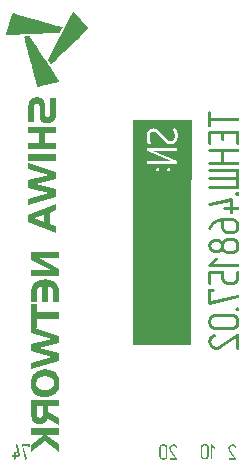
<source format=gbo>
G04*
G04 #@! TF.GenerationSoftware,Altium Limited,Altium Designer,24.4.1 (13)*
G04*
G04 Layer_Color=16776960*
%FSLAX44Y44*%
%MOMM*%
G71*
G04*
G04 #@! TF.SameCoordinates,7548388F-C7DE-4074-AD92-A7CCF3990386*
G04*
G04*
G04 #@! TF.FilePolarity,Positive*
G04*
G01*
G75*
%ADD69R,5.0000X14.1000*%
G36*
X19207Y407048D02*
X19728Y406918D01*
X23375Y405876D01*
X23896Y405746D01*
X28455Y404444D01*
X28976Y404313D01*
X32624Y403271D01*
X33145Y403141D01*
X36792Y402099D01*
X37313Y401969D01*
X40960Y400927D01*
X41481Y400796D01*
X45128Y399754D01*
X45649Y399624D01*
X48384Y398843D01*
X48970Y398647D01*
X49036Y398582D01*
X50012Y398387D01*
X50729Y398191D01*
X53464Y397410D01*
X53985Y397279D01*
X57632Y396237D01*
X58088Y396042D01*
X55939Y391809D01*
X55418Y391679D01*
X50403Y391483D01*
X31256Y390571D01*
X23180Y390181D01*
X20184Y390050D01*
X11978Y389660D01*
X9829Y389594D01*
X9764Y389790D01*
X10024Y390441D01*
X10220Y391157D01*
X10675Y392655D01*
X15235Y407244D01*
X15560Y408091D01*
X19207Y407048D01*
D02*
G37*
G36*
X67988Y408416D02*
X68118Y408156D01*
X69160Y407114D01*
X69290Y406853D01*
X70462Y405681D01*
X70593Y405420D01*
X71765Y404248D01*
X71895Y403988D01*
X73067Y402815D01*
X73198Y402555D01*
X74370Y401382D01*
X74500Y401122D01*
X75542Y400080D01*
X75673Y399819D01*
X76845Y398647D01*
X76975Y398387D01*
X78147Y397214D01*
X78278Y396954D01*
X79450Y395782D01*
X79710Y395261D01*
X78082Y393632D01*
X77822Y393502D01*
X75347Y391027D01*
X75086Y390897D01*
X72612Y388422D01*
X72351Y388292D01*
X69746Y385687D01*
X69486Y385556D01*
X67011Y383082D01*
X66750Y382952D01*
X64145Y380346D01*
X63885Y380216D01*
X61410Y377741D01*
X61149Y377611D01*
X58674Y375136D01*
X58414Y375006D01*
X55809Y372401D01*
X55548Y372271D01*
X53073Y369796D01*
X52813Y369665D01*
X50208Y367060D01*
X49947Y366930D01*
X47993Y364976D01*
X47733Y365107D01*
X47538Y365302D01*
X47407Y365563D01*
X46105Y367386D01*
X45974Y367646D01*
X45714Y367907D01*
X45584Y368167D01*
X45193Y368819D01*
X51445Y380672D01*
X59000Y395000D01*
X65252Y406853D01*
X65643Y407504D01*
Y407635D01*
X66424Y409067D01*
X66750Y409654D01*
X67988Y408416D01*
D02*
G37*
G36*
X30083Y388618D02*
X30214Y388357D01*
X30865Y387445D01*
X30995Y387185D01*
X31516Y386403D01*
X31646Y386143D01*
X32298Y385231D01*
X32428Y384970D01*
X33079Y384059D01*
X33210Y383798D01*
X33861Y382886D01*
X33991Y382626D01*
X34382Y382105D01*
Y381974D01*
X35033Y381063D01*
X35163Y380802D01*
X35815Y379891D01*
X35945Y379630D01*
X36596Y378718D01*
X36727Y378458D01*
X37248Y377676D01*
X37378Y377416D01*
X38029Y376504D01*
X38159Y376243D01*
X38811Y375332D01*
X38941Y375071D01*
X39592Y374159D01*
X39722Y373899D01*
X41481Y371228D01*
X42523Y369665D01*
X43435Y368233D01*
X45519Y365107D01*
X46170Y364064D01*
X47733Y361720D01*
X48645Y360287D01*
X50729Y357161D01*
X51380Y356119D01*
X53464Y352993D01*
X54376Y351560D01*
X54897Y350779D01*
X55223Y350192D01*
X54637Y349997D01*
X53790Y349802D01*
X52748Y349541D01*
X52097Y349411D01*
X51055Y349150D01*
X50403Y349020D01*
X48840Y348629D01*
X48189Y348499D01*
X46626Y348108D01*
X45974Y347978D01*
X44412Y347587D01*
X43760Y347457D01*
X42718Y347197D01*
X42067Y347066D01*
X40504Y346675D01*
X39853Y346545D01*
X38289Y346155D01*
X37638Y346024D01*
X36596Y345764D01*
X36401Y345699D01*
X36205Y346285D01*
X35945Y347197D01*
X35554Y348760D01*
X35294Y349671D01*
X34903Y351235D01*
X34642Y352146D01*
X34252Y353709D01*
X33991Y354621D01*
X33600Y356184D01*
X33340Y357096D01*
X32949Y358659D01*
X32689Y359571D01*
X32428Y360613D01*
X32168Y361525D01*
X31777Y363088D01*
X31516Y363999D01*
X31126Y365563D01*
X30865Y366474D01*
X30474Y368037D01*
X30214Y368949D01*
X29823Y370512D01*
X29562Y371424D01*
X29172Y372987D01*
X28911Y373899D01*
X28520Y375462D01*
X28260Y376374D01*
X27869Y377937D01*
X27609Y378848D01*
X27218Y380411D01*
X26957Y381323D01*
X26567Y382886D01*
X26306Y383798D01*
X25915Y385361D01*
X25655Y386273D01*
X25134Y388357D01*
X25655Y388487D01*
X27088Y388618D01*
X28390Y388748D01*
X29888Y388813D01*
X30083Y388618D01*
D02*
G37*
G36*
X167000Y267000D02*
X117000D01*
Y318000D01*
X167000D01*
Y267000D01*
D02*
G37*
G36*
X182673Y324983D02*
X182856Y324950D01*
X183023Y324900D01*
X183156Y324833D01*
X183273Y324767D01*
X183356Y324717D01*
X183423Y324683D01*
X183440Y324667D01*
X183556Y324517D01*
X183639Y324367D01*
X183706Y324200D01*
X183739Y324050D01*
X183773Y323917D01*
X183789Y323817D01*
Y319518D01*
X206217D01*
X206450Y319501D01*
X206667Y319451D01*
X206833Y319368D01*
X206983Y319285D01*
X207100Y319218D01*
X207183Y319135D01*
X207233Y319085D01*
X207250Y319068D01*
X207333Y318868D01*
X207400Y318685D01*
X207433Y318535D01*
X207467Y318418D01*
X207483Y318335D01*
X207500Y318268D01*
Y318218D01*
X207483Y318018D01*
X207450Y317852D01*
X207400Y317685D01*
X207333Y317552D01*
X207267Y317435D01*
X207217Y317352D01*
X207183Y317302D01*
X207167Y317285D01*
X207017Y317169D01*
X206867Y317069D01*
X206717Y317002D01*
X206567Y316969D01*
X206417Y316935D01*
X206317Y316919D01*
X206250D01*
X206217D01*
X183789D01*
Y312720D01*
X183773Y312503D01*
X183723Y312303D01*
X183656Y312153D01*
X183573Y312020D01*
X183506Y311903D01*
X183440Y311837D01*
X183389Y311787D01*
X183373Y311770D01*
X183223Y311653D01*
X183056Y311570D01*
X182906Y311503D01*
X182773Y311470D01*
X182656Y311437D01*
X182573Y311420D01*
X182506D01*
X182490D01*
X182323Y311437D01*
X182157Y311487D01*
X182006Y311553D01*
X181873Y311620D01*
X181773Y311703D01*
X181690Y311770D01*
X181640Y311820D01*
X181623Y311837D01*
X181490Y311987D01*
X181390Y312137D01*
X181307Y312287D01*
X181257Y312420D01*
X181223Y312553D01*
X181207Y312637D01*
Y323717D01*
X181223Y323950D01*
X181290Y324150D01*
X181357Y324317D01*
X181457Y324450D01*
X181540Y324567D01*
X181623Y324633D01*
X181690Y324683D01*
X181707Y324700D01*
X181873Y324800D01*
X182040Y324867D01*
X182173Y324933D01*
X182273Y324967D01*
X182373Y324983D01*
X182440Y325000D01*
X182473D01*
X182490D01*
X182673Y324983D01*
D02*
G37*
G36*
X206450Y308188D02*
X206633Y308154D01*
X206817Y308088D01*
X206950Y308004D01*
X207083Y307904D01*
X207183Y307804D01*
X207267Y307688D01*
X207333Y307554D01*
X207433Y307321D01*
X207483Y307121D01*
Y307038D01*
X207500Y306971D01*
Y297790D01*
X207483Y297574D01*
X207433Y297374D01*
X207367Y297224D01*
X207283Y297090D01*
X207217Y296974D01*
X207150Y296907D01*
X207100Y296857D01*
X207083Y296840D01*
X206933Y296724D01*
X206767Y296641D01*
X206617Y296574D01*
X206484Y296541D01*
X206367Y296507D01*
X206284Y296491D01*
X206217D01*
X206200D01*
X206034Y296507D01*
X205867Y296557D01*
X205717Y296624D01*
X205584Y296691D01*
X205484Y296774D01*
X205401Y296840D01*
X205350Y296891D01*
X205334Y296907D01*
X205201Y297057D01*
X205101Y297207D01*
X205017Y297357D01*
X204967Y297490D01*
X204934Y297624D01*
X204917Y297707D01*
Y305605D01*
X194753D01*
Y301439D01*
X194737Y301223D01*
X194687Y301023D01*
X194620Y300873D01*
X194537Y300739D01*
X194470Y300623D01*
X194403Y300556D01*
X194353Y300506D01*
X194337Y300490D01*
X194187Y300373D01*
X194020Y300290D01*
X193870Y300223D01*
X193737Y300190D01*
X193620Y300156D01*
X193537Y300140D01*
X193470D01*
X193454D01*
X193287Y300156D01*
X193120Y300206D01*
X192970Y300273D01*
X192837Y300340D01*
X192737Y300423D01*
X192654Y300490D01*
X192604Y300540D01*
X192587Y300556D01*
X192454Y300706D01*
X192354Y300856D01*
X192271Y301006D01*
X192220Y301139D01*
X192187Y301273D01*
X192171Y301356D01*
Y305605D01*
X183789D01*
Y297790D01*
X183773Y297574D01*
X183723Y297374D01*
X183656Y297224D01*
X183573Y297090D01*
X183506Y296974D01*
X183440Y296907D01*
X183389Y296857D01*
X183373Y296840D01*
X183223Y296724D01*
X183056Y296641D01*
X182906Y296574D01*
X182773Y296541D01*
X182656Y296507D01*
X182573Y296491D01*
X182506D01*
X182490D01*
X182323Y296507D01*
X182157Y296557D01*
X182006Y296624D01*
X181873Y296691D01*
X181773Y296774D01*
X181690Y296840D01*
X181640Y296891D01*
X181623Y296907D01*
X181490Y297057D01*
X181390Y297207D01*
X181307Y297357D01*
X181257Y297490D01*
X181223Y297624D01*
X181207Y297707D01*
Y306921D01*
X181223Y307155D01*
X181257Y307338D01*
X181323Y307521D01*
X181407Y307654D01*
X181507Y307788D01*
X181607Y307888D01*
X181723Y307971D01*
X181840Y308038D01*
X182090Y308138D01*
X182290Y308188D01*
X182373D01*
X182440Y308204D01*
X182473D01*
X182490D01*
X206217D01*
X206450Y308188D01*
D02*
G37*
G36*
Y293291D02*
X206667Y293242D01*
X206833Y293158D01*
X206983Y293075D01*
X207100Y293008D01*
X207183Y292925D01*
X207233Y292875D01*
X207250Y292858D01*
X207333Y292658D01*
X207400Y292475D01*
X207433Y292325D01*
X207467Y292208D01*
X207483Y292125D01*
X207500Y292058D01*
Y292008D01*
X207483Y291808D01*
X207450Y291642D01*
X207400Y291475D01*
X207333Y291342D01*
X207267Y291225D01*
X207217Y291142D01*
X207183Y291092D01*
X207167Y291075D01*
X207017Y290959D01*
X206867Y290859D01*
X206717Y290792D01*
X206567Y290759D01*
X206417Y290725D01*
X206317Y290709D01*
X206250D01*
X206217D01*
X194753D01*
Y282344D01*
X206217D01*
X206450Y282328D01*
X206667Y282278D01*
X206833Y282194D01*
X206983Y282111D01*
X207100Y282044D01*
X207183Y281961D01*
X207233Y281911D01*
X207250Y281894D01*
X207333Y281694D01*
X207400Y281511D01*
X207433Y281361D01*
X207467Y281245D01*
X207483Y281161D01*
X207500Y281095D01*
Y281045D01*
X207483Y280845D01*
X207450Y280678D01*
X207400Y280511D01*
X207333Y280378D01*
X207267Y280261D01*
X207217Y280178D01*
X207183Y280128D01*
X207167Y280112D01*
X207017Y279995D01*
X206867Y279895D01*
X206717Y279828D01*
X206567Y279795D01*
X206417Y279762D01*
X206317Y279745D01*
X206250D01*
X206217D01*
X182490D01*
X182273Y279762D01*
X182090Y279812D01*
X181923Y279878D01*
X181790Y279961D01*
X181690Y280045D01*
X181623Y280112D01*
X181573Y280161D01*
X181557Y280178D01*
X181440Y280328D01*
X181357Y280495D01*
X181290Y280628D01*
X181257Y280761D01*
X181223Y280878D01*
X181207Y280961D01*
Y281045D01*
X181223Y281245D01*
X181273Y281428D01*
X181340Y281578D01*
X181423Y281711D01*
X181507Y281828D01*
X181573Y281911D01*
X181623Y281961D01*
X181640Y281978D01*
X181807Y282094D01*
X181957Y282194D01*
X182106Y282261D01*
X182223Y282294D01*
X182340Y282328D01*
X182423Y282344D01*
X182473D01*
X182490D01*
X192171D01*
Y290709D01*
X182490D01*
X182273Y290725D01*
X182090Y290775D01*
X181923Y290842D01*
X181790Y290925D01*
X181690Y291009D01*
X181623Y291075D01*
X181573Y291125D01*
X181557Y291142D01*
X181440Y291292D01*
X181357Y291459D01*
X181290Y291592D01*
X181257Y291725D01*
X181223Y291842D01*
X181207Y291925D01*
Y292008D01*
X181223Y292208D01*
X181273Y292392D01*
X181340Y292542D01*
X181423Y292675D01*
X181507Y292792D01*
X181573Y292875D01*
X181623Y292925D01*
X181640Y292941D01*
X181807Y293058D01*
X181957Y293158D01*
X182106Y293225D01*
X182223Y293258D01*
X182340Y293291D01*
X182423Y293308D01*
X182473D01*
X182490D01*
X206217D01*
X206450Y293291D01*
D02*
G37*
G36*
Y276512D02*
X206633Y276479D01*
X206817Y276412D01*
X206950Y276329D01*
X207083Y276229D01*
X207183Y276129D01*
X207267Y276012D01*
X207333Y275879D01*
X207433Y275646D01*
X207483Y275446D01*
Y275363D01*
X207500Y275296D01*
Y260633D01*
X207483Y260400D01*
X207450Y260200D01*
X207383Y260033D01*
X207300Y259883D01*
X207200Y259750D01*
X207100Y259650D01*
X206983Y259567D01*
X206850Y259500D01*
X206617Y259400D01*
X206417Y259350D01*
X206334Y259333D01*
X206267D01*
X206234D01*
X206217D01*
X182490D01*
X182273Y259350D01*
X182090Y259400D01*
X181923Y259467D01*
X181790Y259550D01*
X181690Y259633D01*
X181623Y259700D01*
X181573Y259750D01*
X181557Y259767D01*
X181440Y259917D01*
X181357Y260083D01*
X181290Y260217D01*
X181257Y260350D01*
X181223Y260466D01*
X181207Y260550D01*
Y260633D01*
X181223Y260833D01*
X181273Y261016D01*
X181340Y261166D01*
X181423Y261300D01*
X181507Y261416D01*
X181573Y261500D01*
X181623Y261550D01*
X181640Y261566D01*
X181807Y261683D01*
X181957Y261783D01*
X182106Y261849D01*
X182223Y261883D01*
X182340Y261916D01*
X182423Y261933D01*
X182473D01*
X182490D01*
X204917D01*
Y266648D01*
X182490D01*
X182273Y266665D01*
X182090Y266715D01*
X181923Y266782D01*
X181790Y266865D01*
X181690Y266948D01*
X181623Y267015D01*
X181573Y267065D01*
X181557Y267082D01*
X181440Y267231D01*
X181357Y267398D01*
X181290Y267531D01*
X181257Y267665D01*
X181223Y267781D01*
X181207Y267865D01*
Y267948D01*
X181223Y268148D01*
X181273Y268331D01*
X181340Y268481D01*
X181423Y268614D01*
X181507Y268731D01*
X181573Y268814D01*
X181623Y268864D01*
X181640Y268881D01*
X181807Y268998D01*
X181957Y269098D01*
X182106Y269164D01*
X182223Y269198D01*
X182340Y269231D01*
X182423Y269248D01*
X182473D01*
X182490D01*
X204917D01*
Y273930D01*
X182490D01*
X182273Y273946D01*
X182090Y273996D01*
X181923Y274063D01*
X181790Y274146D01*
X181690Y274230D01*
X181623Y274296D01*
X181573Y274346D01*
X181557Y274363D01*
X181440Y274513D01*
X181357Y274680D01*
X181290Y274813D01*
X181257Y274946D01*
X181223Y275063D01*
X181207Y275146D01*
Y275229D01*
X181223Y275429D01*
X181273Y275613D01*
X181340Y275763D01*
X181423Y275896D01*
X181507Y276012D01*
X181573Y276096D01*
X181623Y276146D01*
X181640Y276162D01*
X181807Y276279D01*
X181957Y276379D01*
X182106Y276446D01*
X182223Y276479D01*
X182340Y276512D01*
X182423Y276529D01*
X182473D01*
X182490D01*
X206217D01*
X206450Y276512D01*
D02*
G37*
G36*
X206000Y256934D02*
X206250Y256867D01*
X206467Y256801D01*
X206650Y256701D01*
X206817Y256618D01*
X206933Y256534D01*
X207000Y256484D01*
X207033Y256467D01*
X207183Y256284D01*
X207300Y256068D01*
X207383Y255868D01*
X207433Y255651D01*
X207467Y255485D01*
X207500Y255334D01*
Y255201D01*
X207483Y254901D01*
X207417Y254635D01*
X207333Y254418D01*
X207217Y254235D01*
X207117Y254085D01*
X207033Y253985D01*
X206967Y253918D01*
X206950Y253902D01*
X206733Y253752D01*
X206517Y253635D01*
X206317Y253552D01*
X206134Y253485D01*
X205984Y253452D01*
X205850Y253435D01*
X205784D01*
X205750D01*
X205517Y253452D01*
X205301Y253518D01*
X205101Y253602D01*
X204917Y253702D01*
X204767Y253818D01*
X204667Y253902D01*
X204584Y253968D01*
X204567Y253985D01*
X204384Y254201D01*
X204251Y254401D01*
X204151Y254618D01*
X204084Y254801D01*
X204051Y254968D01*
X204018Y255085D01*
Y255201D01*
X204051Y255518D01*
X204118Y255784D01*
X204234Y256001D01*
X204351Y256184D01*
X204467Y256334D01*
X204584Y256434D01*
X204651Y256501D01*
X204684Y256518D01*
X204917Y256667D01*
X205117Y256768D01*
X205301Y256851D01*
X205467Y256901D01*
X205584Y256934D01*
X205667Y256951D01*
X205734D01*
X205750D01*
X206000Y256934D01*
D02*
G37*
G36*
X200935Y251369D02*
X201118Y251336D01*
X201285Y251269D01*
X201418Y251202D01*
X201518Y251136D01*
X201602Y251069D01*
X201651Y251036D01*
X201668Y251019D01*
X201785Y250869D01*
X201868Y250719D01*
X201935Y250569D01*
X201968Y250419D01*
X202001Y250286D01*
X202018Y250186D01*
Y244087D01*
X206217D01*
X206450Y244071D01*
X206667Y244021D01*
X206833Y243937D01*
X206983Y243854D01*
X207100Y243787D01*
X207183Y243704D01*
X207233Y243654D01*
X207250Y243638D01*
X207333Y243438D01*
X207400Y243254D01*
X207433Y243104D01*
X207467Y242988D01*
X207483Y242904D01*
X207500Y242838D01*
Y242788D01*
X207483Y242588D01*
X207450Y242421D01*
X207400Y242255D01*
X207333Y242121D01*
X207267Y242005D01*
X207217Y241921D01*
X207183Y241871D01*
X207167Y241855D01*
X207017Y241738D01*
X206867Y241638D01*
X206717Y241571D01*
X206567Y241538D01*
X206417Y241505D01*
X206317Y241488D01*
X206250D01*
X206217D01*
X202018D01*
Y239122D01*
X202001Y238905D01*
X201951Y238705D01*
X201885Y238556D01*
X201801Y238422D01*
X201735Y238305D01*
X201668Y238239D01*
X201618Y238189D01*
X201602Y238172D01*
X201451Y238056D01*
X201285Y237972D01*
X201135Y237906D01*
X201002Y237872D01*
X200885Y237839D01*
X200802Y237822D01*
X200735D01*
X200718D01*
X200552Y237839D01*
X200385Y237889D01*
X200235Y237956D01*
X200102Y238022D01*
X200002Y238106D01*
X199919Y238172D01*
X199869Y238222D01*
X199852Y238239D01*
X199719Y238389D01*
X199619Y238539D01*
X199535Y238689D01*
X199485Y238822D01*
X199452Y238955D01*
X199435Y239039D01*
Y241488D01*
X195220D01*
X195003Y241505D01*
X194820Y241555D01*
X194653Y241621D01*
X194520Y241705D01*
X194420Y241788D01*
X194353Y241855D01*
X194303Y241905D01*
X194287Y241921D01*
X194170Y242071D01*
X194087Y242238D01*
X194020Y242371D01*
X193987Y242504D01*
X193953Y242621D01*
X193937Y242704D01*
Y242788D01*
X193953Y242988D01*
X194003Y243171D01*
X194070Y243321D01*
X194153Y243454D01*
X194237Y243571D01*
X194303Y243654D01*
X194353Y243704D01*
X194370Y243721D01*
X194537Y243837D01*
X194687Y243937D01*
X194837Y244004D01*
X194953Y244037D01*
X195070Y244071D01*
X195153Y244087D01*
X195203D01*
X195220D01*
X199435D01*
Y248586D01*
X182740Y245170D01*
X182440Y245137D01*
X182256Y245154D01*
X182073Y245204D01*
X181923Y245270D01*
X181790Y245337D01*
X181690Y245420D01*
X181623Y245487D01*
X181573Y245537D01*
X181557Y245554D01*
X181440Y245704D01*
X181357Y245870D01*
X181290Y246037D01*
X181257Y246170D01*
X181223Y246304D01*
X181207Y246403D01*
Y246503D01*
X181440Y247220D01*
X181557Y247353D01*
X181707Y247470D01*
X181840Y247553D01*
X181990Y247620D01*
X182106Y247670D01*
X182206Y247703D01*
X182273Y247720D01*
X182306D01*
X200502Y251369D01*
X200735Y251385D01*
X200935Y251369D01*
D02*
G37*
G36*
X202101Y234573D02*
X202535Y234506D01*
X202951Y234423D01*
X203334Y234307D01*
X203718Y234173D01*
X204051Y234023D01*
X204367Y233857D01*
X204651Y233690D01*
X204917Y233523D01*
X205151Y233357D01*
X205350Y233207D01*
X205517Y233074D01*
X205650Y232957D01*
X205734Y232874D01*
X205800Y232807D01*
X205817Y232790D01*
X206117Y232440D01*
X206367Y232107D01*
X206600Y231740D01*
X206784Y231391D01*
X206950Y231057D01*
X207083Y230724D01*
X207200Y230391D01*
X207283Y230091D01*
X207367Y229808D01*
X207417Y229541D01*
X207450Y229324D01*
X207467Y229125D01*
X207483Y228958D01*
X207500Y228841D01*
Y226908D01*
X207483Y226459D01*
X207433Y226025D01*
X207350Y225625D01*
X207233Y225226D01*
X207100Y224876D01*
X206967Y224526D01*
X206800Y224209D01*
X206650Y223926D01*
X206484Y223659D01*
X206334Y223426D01*
X206200Y223226D01*
X206067Y223059D01*
X205950Y222926D01*
X205867Y222843D01*
X205817Y222776D01*
X205800Y222759D01*
X205467Y222460D01*
X205134Y222193D01*
X204784Y221960D01*
X204434Y221760D01*
X204084Y221593D01*
X203734Y221460D01*
X203401Y221343D01*
X203084Y221260D01*
X202785Y221193D01*
X202518Y221127D01*
X202268Y221093D01*
X202068Y221077D01*
X201885Y221060D01*
X201751Y221043D01*
X201685D01*
X201651D01*
X198002D01*
X197553Y221060D01*
X197119Y221110D01*
X196703Y221193D01*
X196320Y221310D01*
X195953Y221443D01*
X195620Y221593D01*
X195303Y221743D01*
X195003Y221893D01*
X194753Y222060D01*
X194520Y222210D01*
X194320Y222360D01*
X194153Y222493D01*
X194020Y222593D01*
X193937Y222693D01*
X193870Y222743D01*
X193853Y222759D01*
X193554Y223093D01*
X193287Y223426D01*
X193070Y223776D01*
X192870Y224126D01*
X192704Y224476D01*
X192570Y224826D01*
X192454Y225159D01*
X192370Y225476D01*
X192304Y225775D01*
X192237Y226059D01*
X192204Y226309D01*
X192187Y226509D01*
X192171Y226692D01*
X192154Y226808D01*
Y231991D01*
X191854Y231974D01*
X191521Y231924D01*
X191171Y231840D01*
X190854Y231757D01*
X190554Y231674D01*
X190421Y231624D01*
X190321Y231591D01*
X190221Y231574D01*
X190154Y231541D01*
X190121Y231524D01*
X190104D01*
X189621Y231341D01*
X189188Y231141D01*
X188788Y230957D01*
X188438Y230791D01*
X188288Y230707D01*
X188155Y230641D01*
X188055Y230574D01*
X187955Y230524D01*
X187872Y230491D01*
X187822Y230457D01*
X187788Y230424D01*
X187772D01*
X187472Y230224D01*
X187205Y230024D01*
X186939Y229824D01*
X186705Y229641D01*
X186489Y229458D01*
X186272Y229275D01*
X186089Y229108D01*
X185922Y228941D01*
X185772Y228791D01*
X185639Y228658D01*
X185522Y228541D01*
X185439Y228441D01*
X185372Y228358D01*
X185306Y228291D01*
X185289Y228258D01*
X185272Y228241D01*
X185106Y228025D01*
X184939Y227808D01*
X184789Y227608D01*
X184639Y227392D01*
X184539Y227225D01*
X184439Y227075D01*
X184389Y226992D01*
X184373Y226958D01*
X184039Y226309D01*
X183856Y225909D01*
X183723Y225542D01*
X183623Y225375D01*
X183506Y225242D01*
X183423Y225126D01*
X183340Y225042D01*
X183256Y224976D01*
X183206Y224926D01*
X183173Y224892D01*
X183156D01*
X183040Y224826D01*
X182940Y224792D01*
X182723Y224726D01*
X182640D01*
X182573Y224709D01*
X182523D01*
X182506D01*
X182323Y224726D01*
X182157Y224759D01*
X182006Y224826D01*
X181873Y224876D01*
X181757Y224942D01*
X181673Y225009D01*
X181623Y225042D01*
X181607Y225059D01*
X181473Y225192D01*
X181373Y225342D01*
X181290Y225492D01*
X181240Y225642D01*
X181207Y225759D01*
X181190Y225859D01*
Y225959D01*
X181290Y226459D01*
X181607Y227175D01*
X181957Y227858D01*
X182340Y228491D01*
X182740Y229074D01*
X183156Y229624D01*
X183573Y230124D01*
X184006Y230591D01*
X184406Y230991D01*
X184806Y231374D01*
X185172Y231691D01*
X185506Y231957D01*
X185789Y232190D01*
X186039Y232357D01*
X186139Y232424D01*
X186222Y232490D01*
X186289Y232540D01*
X186339Y232557D01*
X186355Y232590D01*
X186372D01*
X186989Y232940D01*
X187622Y233257D01*
X188238Y233523D01*
X188871Y233740D01*
X189488Y233940D01*
X190071Y234107D01*
X190638Y234240D01*
X191171Y234340D01*
X191671Y234423D01*
X192137Y234490D01*
X192537Y234523D01*
X192870Y234557D01*
X193020Y234573D01*
X193154D01*
X193270Y234590D01*
X193370D01*
X193437D01*
X193487D01*
X193520D01*
X193537D01*
X201651D01*
X202101Y234573D01*
D02*
G37*
G36*
Y217794D02*
X202535Y217728D01*
X202951Y217644D01*
X203334Y217528D01*
X203718Y217394D01*
X204051Y217244D01*
X204367Y217078D01*
X204651Y216911D01*
X204917Y216744D01*
X205151Y216578D01*
X205350Y216428D01*
X205517Y216294D01*
X205650Y216178D01*
X205734Y216094D01*
X205800Y216028D01*
X205817Y216011D01*
X206117Y215661D01*
X206367Y215328D01*
X206600Y214961D01*
X206784Y214612D01*
X206950Y214278D01*
X207083Y213945D01*
X207200Y213612D01*
X207283Y213312D01*
X207367Y213029D01*
X207417Y212762D01*
X207450Y212545D01*
X207467Y212346D01*
X207483Y212179D01*
X207500Y212062D01*
Y210129D01*
X207483Y209680D01*
X207433Y209246D01*
X207350Y208846D01*
X207233Y208447D01*
X207100Y208097D01*
X206967Y207747D01*
X206800Y207430D01*
X206650Y207147D01*
X206484Y206880D01*
X206334Y206647D01*
X206200Y206447D01*
X206067Y206280D01*
X205950Y206147D01*
X205867Y206064D01*
X205817Y205997D01*
X205800Y205980D01*
X205467Y205681D01*
X205134Y205414D01*
X204784Y205181D01*
X204434Y204981D01*
X204084Y204814D01*
X203734Y204681D01*
X203401Y204564D01*
X203084Y204481D01*
X202785Y204414D01*
X202518Y204347D01*
X202268Y204314D01*
X202068Y204298D01*
X201885Y204281D01*
X201751Y204264D01*
X201685D01*
X201651D01*
X198002D01*
X197703Y204281D01*
X197403Y204298D01*
X196836Y204414D01*
X196303Y204548D01*
X196070Y204631D01*
X195853Y204714D01*
X195653Y204814D01*
X195470Y204897D01*
X195303Y204964D01*
X195170Y205031D01*
X195070Y205097D01*
X194986Y205147D01*
X194937Y205164D01*
X194920Y205181D01*
X194653Y205347D01*
X194420Y205531D01*
X194203Y205714D01*
X194020Y205881D01*
X193853Y206064D01*
X193703Y206230D01*
X193570Y206380D01*
X193454Y206547D01*
X193354Y206680D01*
X193270Y206814D01*
X193204Y206930D01*
X193154Y207030D01*
X193120Y207097D01*
X193087Y207164D01*
X193070Y207197D01*
Y207213D01*
X192854Y206880D01*
X192587Y206580D01*
X192320Y206330D01*
X192054Y206114D01*
X191821Y205947D01*
X191621Y205830D01*
X191537Y205781D01*
X191487Y205747D01*
X191454Y205730D01*
X191437D01*
X191004Y205547D01*
X190571Y205414D01*
X190138Y205314D01*
X189755Y205247D01*
X189571Y205231D01*
X189405Y205214D01*
X189271Y205197D01*
X189138Y205181D01*
X189038D01*
X188971D01*
X188921D01*
X188905D01*
X187038D01*
X186455D01*
X185822Y205281D01*
X184789Y205581D01*
X184406Y205764D01*
X184039Y205964D01*
X183723Y206180D01*
X183440Y206397D01*
X183223Y206597D01*
X183056Y206747D01*
X182990Y206814D01*
X182940Y206864D01*
X182923Y206880D01*
X182906Y206897D01*
X182606Y207230D01*
X182340Y207580D01*
X182123Y207930D01*
X181923Y208280D01*
X181757Y208646D01*
X181623Y208996D01*
X181507Y209330D01*
X181423Y209646D01*
X181357Y209946D01*
X181290Y210213D01*
X181257Y210463D01*
X181240Y210679D01*
X181223Y210846D01*
X181207Y210963D01*
Y211662D01*
X181307Y212295D01*
X181607Y213312D01*
X181790Y213695D01*
X181990Y214045D01*
X182206Y214362D01*
X182406Y214645D01*
X182573Y214862D01*
X182723Y215028D01*
X182773Y215095D01*
X182823Y215145D01*
X182840Y215161D01*
X182856Y215178D01*
X183223Y215478D01*
X183589Y215745D01*
X183956Y215978D01*
X184323Y216178D01*
X184673Y216328D01*
X185022Y216478D01*
X185339Y216594D01*
X185656Y216678D01*
X185939Y216744D01*
X186205Y216811D01*
X186439Y216844D01*
X186639Y216861D01*
X186805Y216878D01*
X186922Y216894D01*
X186989D01*
X187022D01*
X188888D01*
X189405Y216878D01*
X189871Y216811D01*
X190321Y216711D01*
X190688Y216611D01*
X190854Y216561D01*
X191004Y216511D01*
X191138Y216461D01*
X191254Y216411D01*
X191337Y216378D01*
X191404Y216345D01*
X191437Y216328D01*
X191454D01*
X191854Y216094D01*
X192204Y215861D01*
X192487Y215611D01*
X192720Y215378D01*
X192904Y215178D01*
X193020Y215028D01*
X193070Y214961D01*
X193104Y214911D01*
X193120Y214895D01*
Y214878D01*
X193404Y215345D01*
X193720Y215761D01*
X194053Y216128D01*
X194387Y216444D01*
X194687Y216678D01*
X194820Y216778D01*
X194937Y216861D01*
X195020Y216928D01*
X195086Y216978D01*
X195137Y216994D01*
X195153Y217011D01*
X195403Y217144D01*
X195670Y217278D01*
X196169Y217477D01*
X196653Y217611D01*
X197086Y217711D01*
X197286Y217744D01*
X197453Y217761D01*
X197619Y217794D01*
X197752D01*
X197852Y217811D01*
X197936D01*
X197986D01*
X198002D01*
X201651D01*
X202101Y217794D01*
D02*
G37*
G36*
X188138Y200998D02*
X188321Y200965D01*
X188472Y200898D01*
X188605Y200832D01*
X188721Y200765D01*
X188805Y200699D01*
X188855Y200665D01*
X188871Y200648D01*
X189005Y200499D01*
X189088Y200349D01*
X189155Y200182D01*
X189205Y200032D01*
X189238Y199915D01*
X189255Y199799D01*
Y199715D01*
X189238Y199532D01*
X189188Y199349D01*
X189138Y199199D01*
X189055Y199066D01*
X188988Y198966D01*
X188938Y198882D01*
X188888Y198832D01*
X188871Y198816D01*
X185056Y195567D01*
X206217D01*
X206450Y195550D01*
X206667Y195500D01*
X206833Y195417D01*
X206983Y195333D01*
X207100Y195266D01*
X207183Y195183D01*
X207233Y195133D01*
X207250Y195117D01*
X207333Y194917D01*
X207400Y194733D01*
X207433Y194583D01*
X207467Y194467D01*
X207483Y194383D01*
X207500Y194317D01*
Y194267D01*
X207483Y194067D01*
X207450Y193900D01*
X207400Y193734D01*
X207333Y193600D01*
X207267Y193484D01*
X207217Y193400D01*
X207183Y193350D01*
X207167Y193334D01*
X207017Y193217D01*
X206867Y193117D01*
X206717Y193050D01*
X206567Y193017D01*
X206417Y192984D01*
X206317Y192967D01*
X206250D01*
X206217D01*
X182473D01*
X182273Y192984D01*
X182090Y193034D01*
X181940Y193100D01*
X181807Y193167D01*
X181690Y193250D01*
X181623Y193317D01*
X181573Y193367D01*
X181557Y193384D01*
X181440Y193534D01*
X181357Y193700D01*
X181290Y193850D01*
X181257Y193983D01*
X181223Y194100D01*
X181207Y194200D01*
Y194284D01*
X181223Y194467D01*
X181257Y194650D01*
X181323Y194800D01*
X181390Y194933D01*
X181457Y195033D01*
X181523Y195117D01*
X181557Y195167D01*
X181573Y195183D01*
X187089Y200682D01*
X187305Y200798D01*
X187488Y200882D01*
X187622Y200932D01*
X187738Y200965D01*
X187838Y200998D01*
X187888Y201015D01*
X187922D01*
X187938D01*
X188138Y200998D01*
D02*
G37*
G36*
X206384Y189835D02*
X206567Y189801D01*
X206733Y189751D01*
X206867Y189685D01*
X206983Y189618D01*
X207067Y189568D01*
X207133Y189535D01*
X207150Y189518D01*
X207267Y189368D01*
X207350Y189218D01*
X207417Y189051D01*
X207450Y188902D01*
X207483Y188768D01*
X207500Y188668D01*
Y183986D01*
X207483Y183536D01*
X207433Y183120D01*
X207333Y182703D01*
X207233Y182320D01*
X207100Y181953D01*
X206950Y181620D01*
X206800Y181303D01*
X206633Y181020D01*
X206484Y180754D01*
X206334Y180520D01*
X206184Y180320D01*
X206050Y180154D01*
X205934Y180020D01*
X205850Y179937D01*
X205800Y179870D01*
X205784Y179854D01*
X205450Y179554D01*
X205101Y179287D01*
X204751Y179054D01*
X204401Y178854D01*
X204051Y178687D01*
X203718Y178554D01*
X203384Y178438D01*
X203068Y178354D01*
X202768Y178288D01*
X202501Y178221D01*
X202268Y178188D01*
X202051Y178171D01*
X201885Y178154D01*
X201751Y178138D01*
X201685D01*
X201651D01*
X198002D01*
X197569Y178154D01*
X197136Y178204D01*
X196736Y178288D01*
X196353Y178404D01*
X196003Y178538D01*
X195653Y178687D01*
X195353Y178837D01*
X195053Y178987D01*
X194803Y179154D01*
X194570Y179304D01*
X194370Y179454D01*
X194203Y179587D01*
X194070Y179687D01*
X193987Y179787D01*
X193920Y179837D01*
X193903Y179854D01*
X193603Y180187D01*
X193337Y180520D01*
X193104Y180870D01*
X192904Y181220D01*
X192737Y181570D01*
X192587Y181920D01*
X192470Y182253D01*
X192387Y182570D01*
X192320Y182853D01*
X192254Y183136D01*
X192220Y183370D01*
X192204Y183586D01*
X192187Y183753D01*
X192171Y183886D01*
Y187252D01*
X183789D01*
Y179437D01*
X183773Y179221D01*
X183723Y179021D01*
X183656Y178871D01*
X183573Y178737D01*
X183506Y178621D01*
X183440Y178554D01*
X183389Y178504D01*
X183373Y178487D01*
X183223Y178371D01*
X183056Y178288D01*
X182906Y178221D01*
X182773Y178188D01*
X182656Y178154D01*
X182573Y178138D01*
X182506D01*
X182490D01*
X182323Y178154D01*
X182157Y178204D01*
X182006Y178271D01*
X181873Y178337D01*
X181773Y178421D01*
X181690Y178487D01*
X181640Y178538D01*
X181623Y178554D01*
X181490Y178704D01*
X181390Y178854D01*
X181307Y179004D01*
X181257Y179137D01*
X181223Y179271D01*
X181207Y179354D01*
Y188568D01*
X181223Y188801D01*
X181257Y188985D01*
X181323Y189168D01*
X181407Y189301D01*
X181507Y189435D01*
X181607Y189535D01*
X181723Y189618D01*
X181840Y189685D01*
X182090Y189785D01*
X182290Y189835D01*
X182373D01*
X182440Y189851D01*
X182473D01*
X182490D01*
X193470D01*
X193703Y189835D01*
X193887Y189801D01*
X194070Y189735D01*
X194203Y189651D01*
X194337Y189551D01*
X194437Y189451D01*
X194520Y189335D01*
X194587Y189201D01*
X194687Y188968D01*
X194737Y188768D01*
Y188685D01*
X194753Y188618D01*
Y183986D01*
X194770Y183736D01*
X194787Y183503D01*
X194837Y183270D01*
X194903Y183053D01*
X195053Y182670D01*
X195220Y182337D01*
X195320Y182187D01*
X195403Y182053D01*
X195486Y181953D01*
X195553Y181853D01*
X195620Y181787D01*
X195670Y181737D01*
X195686Y181703D01*
X195703Y181687D01*
X195886Y181520D01*
X196070Y181370D01*
X196269Y181254D01*
X196469Y181137D01*
X196653Y181037D01*
X196853Y180970D01*
X197203Y180854D01*
X197519Y180787D01*
X197652Y180770D01*
X197769Y180754D01*
X197869Y180737D01*
X197936D01*
X197986D01*
X198002D01*
X201651D01*
X201901Y180754D01*
X202151Y180770D01*
X202385Y180820D01*
X202601Y180887D01*
X203001Y181037D01*
X203334Y181203D01*
X203484Y181303D01*
X203618Y181387D01*
X203718Y181470D01*
X203818Y181537D01*
X203884Y181603D01*
X203934Y181653D01*
X203967Y181670D01*
X203984Y181687D01*
X204151Y181870D01*
X204284Y182053D01*
X204417Y182253D01*
X204517Y182453D01*
X204684Y182836D01*
X204801Y183186D01*
X204867Y183503D01*
X204884Y183636D01*
X204901Y183753D01*
X204917Y183853D01*
Y188568D01*
X204934Y188801D01*
X205001Y189002D01*
X205067Y189168D01*
X205167Y189301D01*
X205250Y189418D01*
X205334Y189485D01*
X205401Y189535D01*
X205417Y189551D01*
X205584Y189651D01*
X205750Y189718D01*
X205884Y189785D01*
X205984Y189818D01*
X206084Y189835D01*
X206150Y189851D01*
X206184D01*
X206200D01*
X206384Y189835D01*
D02*
G37*
G36*
X185456Y174922D02*
X185656Y174872D01*
X185839Y174788D01*
X185972Y174705D01*
X186089Y174639D01*
X186172Y174555D01*
X186222Y174505D01*
X186239Y174489D01*
X186322Y174289D01*
X186389Y174105D01*
X186439Y173955D01*
X186472Y173839D01*
X186489Y173755D01*
X186505Y173689D01*
Y173639D01*
X186489Y173439D01*
X186455Y173272D01*
X186405Y173106D01*
X186339Y172972D01*
X186272Y172856D01*
X186222Y172772D01*
X186189Y172722D01*
X186172Y172706D01*
X186022Y172589D01*
X185872Y172489D01*
X185722Y172422D01*
X185572Y172389D01*
X185422Y172356D01*
X185322Y172339D01*
X185256D01*
X185222D01*
X183789D01*
Y164224D01*
X205950Y169457D01*
X206200Y169506D01*
X206434Y169490D01*
X206633Y169440D01*
X206817Y169356D01*
X206967Y169273D01*
X207083Y169190D01*
X207167Y169107D01*
X207217Y169057D01*
X207233Y169040D01*
X207317Y168873D01*
X207383Y168723D01*
X207433Y168557D01*
X207467Y168423D01*
X207483Y168290D01*
X207500Y168190D01*
Y168107D01*
X207267Y167390D01*
X207067Y167257D01*
X206917Y167140D01*
X206784Y167057D01*
X206667Y166990D01*
X206583Y166957D01*
X206534Y166924D01*
X206500Y166907D01*
X206484D01*
X182773Y161425D01*
X182440Y161375D01*
X182240Y161392D01*
X182073Y161442D01*
X181923Y161492D01*
X181790Y161558D01*
X181690Y161642D01*
X181623Y161692D01*
X181573Y161742D01*
X181557Y161758D01*
X181440Y161908D01*
X181357Y162058D01*
X181290Y162208D01*
X181257Y162358D01*
X181223Y162492D01*
X181207Y162592D01*
Y173655D01*
X181223Y173889D01*
X181257Y174072D01*
X181323Y174255D01*
X181407Y174389D01*
X181507Y174522D01*
X181607Y174622D01*
X181723Y174705D01*
X181840Y174772D01*
X182090Y174872D01*
X182290Y174922D01*
X182373D01*
X182440Y174938D01*
X182473D01*
X182490D01*
X185222D01*
X185456Y174922D01*
D02*
G37*
G36*
X206000Y159059D02*
X206250Y158993D01*
X206467Y158926D01*
X206650Y158826D01*
X206817Y158743D01*
X206933Y158659D01*
X207000Y158609D01*
X207033Y158593D01*
X207183Y158409D01*
X207300Y158193D01*
X207383Y157993D01*
X207433Y157776D01*
X207467Y157610D01*
X207500Y157460D01*
Y157326D01*
X207483Y157026D01*
X207417Y156760D01*
X207333Y156543D01*
X207217Y156360D01*
X207117Y156210D01*
X207033Y156110D01*
X206967Y156043D01*
X206950Y156027D01*
X206733Y155877D01*
X206517Y155760D01*
X206317Y155677D01*
X206134Y155610D01*
X205984Y155577D01*
X205850Y155560D01*
X205784D01*
X205750D01*
X205517Y155577D01*
X205301Y155643D01*
X205101Y155727D01*
X204917Y155827D01*
X204767Y155943D01*
X204667Y156027D01*
X204584Y156093D01*
X204567Y156110D01*
X204384Y156327D01*
X204251Y156526D01*
X204151Y156743D01*
X204084Y156926D01*
X204051Y157093D01*
X204018Y157210D01*
Y157326D01*
X204051Y157643D01*
X204118Y157909D01*
X204234Y158126D01*
X204351Y158309D01*
X204467Y158459D01*
X204584Y158559D01*
X204651Y158626D01*
X204684Y158643D01*
X204917Y158792D01*
X205117Y158892D01*
X205301Y158976D01*
X205467Y159026D01*
X205584Y159059D01*
X205667Y159076D01*
X205734D01*
X205750D01*
X206000Y159059D01*
D02*
G37*
G36*
X202101Y153477D02*
X202535Y153411D01*
X202951Y153327D01*
X203334Y153211D01*
X203718Y153077D01*
X204051Y152927D01*
X204367Y152761D01*
X204651Y152594D01*
X204917Y152428D01*
X205151Y152261D01*
X205350Y152111D01*
X205517Y151978D01*
X205650Y151861D01*
X205734Y151778D01*
X205800Y151711D01*
X205817Y151694D01*
X206117Y151344D01*
X206367Y151011D01*
X206600Y150645D01*
X206784Y150295D01*
X206950Y149962D01*
X207083Y149628D01*
X207200Y149295D01*
X207283Y148995D01*
X207367Y148712D01*
X207417Y148445D01*
X207450Y148229D01*
X207467Y148029D01*
X207483Y147862D01*
X207500Y147745D01*
Y145813D01*
X207483Y145363D01*
X207433Y144929D01*
X207333Y144529D01*
X207233Y144130D01*
X207100Y143780D01*
X206950Y143430D01*
X206800Y143113D01*
X206633Y142830D01*
X206484Y142563D01*
X206334Y142330D01*
X206184Y142130D01*
X206050Y141964D01*
X205934Y141830D01*
X205850Y141747D01*
X205800Y141680D01*
X205784Y141664D01*
X205450Y141364D01*
X205101Y141097D01*
X204751Y140864D01*
X204401Y140664D01*
X204051Y140497D01*
X203718Y140347D01*
X203384Y140231D01*
X203068Y140147D01*
X202768Y140081D01*
X202501Y140014D01*
X202268Y139981D01*
X202051Y139964D01*
X201885Y139947D01*
X201751Y139931D01*
X201685D01*
X201651D01*
X187055D01*
X186605Y139947D01*
X186189Y139997D01*
X185772Y140097D01*
X185389Y140197D01*
X185022Y140331D01*
X184689Y140481D01*
X184373Y140647D01*
X184089Y140797D01*
X183823Y140964D01*
X183589Y141130D01*
X183389Y141280D01*
X183223Y141414D01*
X183090Y141514D01*
X183006Y141597D01*
X182940Y141664D01*
X182923Y141680D01*
X182623Y142014D01*
X182356Y142347D01*
X182123Y142697D01*
X181923Y143063D01*
X181757Y143413D01*
X181623Y143746D01*
X181507Y144080D01*
X181423Y144396D01*
X181357Y144696D01*
X181290Y144963D01*
X181257Y145196D01*
X181240Y145413D01*
X181223Y145579D01*
X181207Y145713D01*
Y147645D01*
X181223Y148095D01*
X181290Y148528D01*
X181373Y148945D01*
X181490Y149328D01*
X181623Y149712D01*
X181773Y150045D01*
X181923Y150361D01*
X182090Y150645D01*
X182256Y150911D01*
X182406Y151145D01*
X182556Y151344D01*
X182690Y151511D01*
X182806Y151644D01*
X182890Y151728D01*
X182956Y151794D01*
X182973Y151811D01*
X183306Y152111D01*
X183656Y152361D01*
X184006Y152594D01*
X184356Y152777D01*
X184689Y152944D01*
X185039Y153077D01*
X185356Y153194D01*
X185672Y153277D01*
X185956Y153361D01*
X186222Y153411D01*
X186455Y153444D01*
X186655Y153461D01*
X186822Y153477D01*
X186955Y153494D01*
X187022D01*
X187055D01*
X201651D01*
X202101Y153477D01*
D02*
G37*
G36*
X206334Y136698D02*
X206500Y136665D01*
X206667Y136598D01*
X206800Y136532D01*
X206917Y136482D01*
X207017Y136415D01*
X207067Y136382D01*
X207083Y136365D01*
X207217Y136198D01*
X207317Y136032D01*
X207400Y135865D01*
X207450Y135732D01*
X207483Y135615D01*
X207500Y135515D01*
Y124518D01*
X207483Y124301D01*
X207433Y124101D01*
X207367Y123952D01*
X207283Y123818D01*
X207217Y123701D01*
X207150Y123635D01*
X207100Y123585D01*
X207083Y123568D01*
X206933Y123452D01*
X206767Y123368D01*
X206617Y123318D01*
X206484Y123268D01*
X206367Y123252D01*
X206284Y123235D01*
X206217D01*
X206200D01*
X206034Y123252D01*
X205867Y123302D01*
X205717Y123368D01*
X205584Y123435D01*
X205484Y123502D01*
X205401Y123568D01*
X205350Y123618D01*
X205334Y123635D01*
X205201Y123785D01*
X205101Y123935D01*
X205017Y124085D01*
X204967Y124218D01*
X204934Y124351D01*
X204917Y124435D01*
Y133332D01*
X191804Y124351D01*
X191371Y124101D01*
X190971Y123885D01*
X190621Y123718D01*
X190304Y123568D01*
X190054Y123468D01*
X189954Y123418D01*
X189871Y123385D01*
X189804Y123368D01*
X189738Y123352D01*
X189721Y123335D01*
X189704D01*
X189355Y123235D01*
X189021Y123168D01*
X188705Y123102D01*
X188421Y123068D01*
X188188Y123052D01*
X188005Y123035D01*
X187938D01*
X187872D01*
X187855D01*
X187838D01*
X187339Y123052D01*
X186872Y123135D01*
X186439Y123235D01*
X186022Y123368D01*
X185656Y123535D01*
X185322Y123718D01*
X185022Y123918D01*
X184756Y124118D01*
X184506Y124318D01*
X184306Y124518D01*
X184139Y124701D01*
X183989Y124868D01*
X183873Y125001D01*
X183806Y125101D01*
X183756Y125184D01*
X183739Y125201D01*
X183290Y125634D01*
X182890Y126084D01*
X182556Y126517D01*
X182273Y126967D01*
X182023Y127384D01*
X181807Y127801D01*
X181640Y128217D01*
X181507Y128584D01*
X181407Y128933D01*
X181323Y129250D01*
X181273Y129533D01*
X181223Y129783D01*
X181207Y129983D01*
X181190Y130133D01*
Y130250D01*
X181207Y130616D01*
X181240Y130983D01*
X181290Y131333D01*
X181357Y131650D01*
X181440Y131966D01*
X181540Y132266D01*
X181623Y132533D01*
X181723Y132782D01*
X181840Y133016D01*
X181923Y133216D01*
X182023Y133399D01*
X182106Y133549D01*
X182173Y133666D01*
X182223Y133749D01*
X182256Y133799D01*
X182273Y133816D01*
X182506Y134132D01*
X182773Y134416D01*
X183040Y134699D01*
X183323Y134949D01*
X183623Y135182D01*
X183923Y135382D01*
X184206Y135565D01*
X184506Y135732D01*
X184772Y135882D01*
X185022Y136015D01*
X185256Y136115D01*
X185456Y136215D01*
X185606Y136282D01*
X185739Y136332D01*
X185805Y136348D01*
X185839Y136365D01*
X186172Y136415D01*
X186405Y136398D01*
X186605Y136348D01*
X186772Y136298D01*
X186922Y136215D01*
X187022Y136148D01*
X187105Y136098D01*
X187155Y136048D01*
X187172Y136032D01*
X187288Y135865D01*
X187372Y135698D01*
X187422Y135532D01*
X187455Y135365D01*
X187488Y135232D01*
X187505Y135115D01*
Y135015D01*
X187438Y134765D01*
X187372Y134582D01*
X187355Y134499D01*
X187322Y134449D01*
X187305Y134416D01*
Y134399D01*
X187205Y134282D01*
X187122Y134182D01*
X187022Y134115D01*
X186939Y134049D01*
X186872Y133999D01*
X186822Y133966D01*
X186789Y133949D01*
X186772D01*
X186472Y133816D01*
X186189Y133682D01*
X185939Y133549D01*
X185706Y133416D01*
X185489Y133266D01*
X185306Y133132D01*
X185122Y132999D01*
X184989Y132866D01*
X184856Y132749D01*
X184739Y132649D01*
X184656Y132549D01*
X184573Y132466D01*
X184522Y132399D01*
X184489Y132349D01*
X184456Y132316D01*
Y132299D01*
X184239Y131933D01*
X184073Y131550D01*
X183956Y131200D01*
X183889Y130866D01*
X183839Y130583D01*
X183823Y130466D01*
Y130366D01*
X183806Y130283D01*
Y130167D01*
X183823Y129850D01*
X183856Y129550D01*
X183906Y129267D01*
X183973Y129017D01*
X184039Y128800D01*
X184089Y128650D01*
X184106Y128584D01*
X184123Y128534D01*
X184139Y128517D01*
Y128500D01*
X184273Y128200D01*
X184422Y127917D01*
X184573Y127667D01*
X184706Y127451D01*
X184839Y127284D01*
X184939Y127151D01*
X185006Y127067D01*
X185039Y127034D01*
X185256Y126801D01*
X185489Y126584D01*
X185722Y126401D01*
X185956Y126251D01*
X186205Y126118D01*
X186422Y126018D01*
X186655Y125918D01*
X186872Y125851D01*
X187072Y125801D01*
X187255Y125751D01*
X187422Y125718D01*
X187555Y125701D01*
X187672D01*
X187772Y125684D01*
X187822D01*
X187838D01*
X188072D01*
X188305Y125718D01*
X188505Y125751D01*
X188688Y125784D01*
X188855Y125818D01*
X188971Y125851D01*
X189038Y125868D01*
X189071Y125884D01*
X189655Y126134D01*
X190371Y126517D01*
X205550Y136565D01*
X205734Y136648D01*
X205917Y136698D01*
X206000D01*
X206067Y136715D01*
X206117D01*
X206134D01*
X206334Y136698D01*
D02*
G37*
G36*
X54680Y200451D02*
X37468Y200668D01*
X54680Y191387D01*
Y185322D01*
X31270D01*
Y190854D01*
X47649Y190637D01*
X31270Y199452D01*
Y206000D01*
X54680D01*
Y200451D01*
D02*
G37*
G36*
X43983Y182689D02*
X44550Y182656D01*
X45099Y182606D01*
X45633Y182539D01*
X46132Y182456D01*
X46616Y182356D01*
X47082Y182239D01*
X47532Y182123D01*
X47965Y181973D01*
X48382Y181840D01*
X48765Y181673D01*
X49132Y181506D01*
X49498Y181340D01*
X49832Y181173D01*
X50132Y181006D01*
X50431Y180823D01*
X50715Y180640D01*
X50965Y180473D01*
X51214Y180306D01*
X51431Y180123D01*
X51631Y179973D01*
X51814Y179807D01*
X51998Y179673D01*
X52131Y179523D01*
X52264Y179407D01*
X52381Y179290D01*
X52481Y179190D01*
X52564Y179107D01*
X52614Y179040D01*
X52664Y178990D01*
X52681Y178957D01*
X52698Y178940D01*
X52914Y178657D01*
X53131Y178374D01*
X53314Y178090D01*
X53481Y177807D01*
X53764Y177257D01*
X53881Y176991D01*
X53997Y176741D01*
X54081Y176507D01*
X54164Y176308D01*
X54230Y176108D01*
X54280Y175958D01*
X54314Y175824D01*
X54347Y175724D01*
X54364Y175658D01*
Y175641D01*
X54414Y175375D01*
X54464Y175075D01*
X54547Y174458D01*
X54597Y173808D01*
X54647Y173192D01*
Y172908D01*
X54664Y172659D01*
Y172409D01*
X54680Y172209D01*
Y163394D01*
X50082D01*
Y171592D01*
X50065Y172225D01*
X50031Y172525D01*
X49998Y172808D01*
X49965Y173058D01*
X49915Y173308D01*
X49865Y173525D01*
X49815Y173742D01*
X49782Y173925D01*
X49732Y174075D01*
X49682Y174208D01*
X49648Y174325D01*
X49615Y174425D01*
X49582Y174491D01*
X49565Y174525D01*
Y174541D01*
X49348Y174908D01*
X49098Y175241D01*
X48798Y175524D01*
X48465Y175774D01*
X48099Y175974D01*
X47732Y176158D01*
X47349Y176291D01*
X46982Y176408D01*
X46616Y176491D01*
X46283Y176558D01*
X45966Y176607D01*
X45683Y176641D01*
X45449Y176658D01*
X45283Y176674D01*
X45216D01*
X45166D01*
X45149D01*
X45133D01*
Y163394D01*
X40534D01*
Y176674D01*
X40184Y176658D01*
X39834Y176624D01*
X39518Y176558D01*
X39234Y176491D01*
X39001Y176441D01*
X38818Y176374D01*
X38751Y176358D01*
X38684Y176341D01*
X38668Y176324D01*
X38651D01*
X38168Y176091D01*
X37735Y175808D01*
X37368Y175491D01*
X37035Y175124D01*
X36768Y174758D01*
X36552Y174358D01*
X36368Y173958D01*
X36218Y173558D01*
X36102Y173175D01*
X36018Y172808D01*
X35952Y172492D01*
X35918Y172192D01*
X35885Y171959D01*
Y171859D01*
X35868Y171759D01*
Y163394D01*
X31270D01*
Y171675D01*
X31286Y172359D01*
X31320Y173008D01*
X31386Y173625D01*
X31470Y174208D01*
X31570Y174758D01*
X31686Y175275D01*
X31803Y175741D01*
X31920Y176158D01*
X32053Y176541D01*
X32169Y176891D01*
X32286Y177174D01*
X32386Y177407D01*
X32469Y177607D01*
X32536Y177740D01*
X32569Y177824D01*
X32586Y177857D01*
X32853Y178290D01*
X33136Y178707D01*
X33452Y179090D01*
X33802Y179457D01*
X34169Y179790D01*
X34552Y180107D01*
X34952Y180390D01*
X35369Y180657D01*
X35802Y180906D01*
X36252Y181123D01*
X36702Y181340D01*
X37152Y181523D01*
X37601Y181689D01*
X38068Y181840D01*
X38968Y182106D01*
X39834Y182306D01*
X40267Y182373D01*
X40667Y182456D01*
X41051Y182506D01*
X41417Y182556D01*
X41750Y182589D01*
X42067Y182623D01*
X42367Y182656D01*
X42617Y182673D01*
X42850Y182689D01*
X43033D01*
X43200Y182706D01*
X43300D01*
X43383D01*
X43400D01*
X43983Y182689D01*
D02*
G37*
G36*
X35902Y154880D02*
X54680D01*
Y149281D01*
X35902D01*
Y141900D01*
X33871D01*
X54680Y135101D01*
Y128770D01*
X37685Y124737D01*
X54680Y120172D01*
Y113807D01*
X31270Y106692D01*
Y112174D01*
X48798Y116856D01*
X31270Y121705D01*
Y127853D01*
X48798Y132069D01*
X31270Y137068D01*
Y142750D01*
X31303Y142739D01*
Y162228D01*
X35902D01*
Y154880D01*
D02*
G37*
G36*
X43883Y106525D02*
X44416Y106492D01*
X44933Y106442D01*
X45433Y106376D01*
X45899Y106309D01*
X46366Y106226D01*
X46799Y106142D01*
X47216Y106042D01*
X47632Y105942D01*
X48015Y105826D01*
X48382Y105709D01*
X48732Y105592D01*
X49065Y105459D01*
X49382Y105342D01*
X49665Y105209D01*
X49948Y105092D01*
X50198Y104959D01*
X50448Y104843D01*
X50665Y104726D01*
X50865Y104609D01*
X51065Y104493D01*
X51231Y104393D01*
X51381Y104293D01*
X51515Y104209D01*
X51631Y104126D01*
X51731Y104059D01*
X51798Y103993D01*
X51864Y103943D01*
X51914Y103909D01*
X51931Y103876D01*
X51948D01*
X52248Y103593D01*
X52514Y103310D01*
X52764Y102993D01*
X53014Y102676D01*
X53431Y101993D01*
X53814Y101277D01*
X54114Y100527D01*
X54380Y99777D01*
X54597Y99044D01*
X54764Y98311D01*
X54897Y97628D01*
X54997Y96978D01*
X55030Y96678D01*
X55064Y96411D01*
X55097Y96145D01*
X55114Y95895D01*
X55130Y95678D01*
X55147Y95478D01*
Y95312D01*
X55163Y95162D01*
Y94895D01*
X55147Y94362D01*
X55130Y93829D01*
X55080Y93329D01*
X55030Y92846D01*
X54864Y91912D01*
X54647Y91046D01*
X54364Y90230D01*
X54047Y89480D01*
X53664Y88780D01*
X53264Y88147D01*
X52814Y87547D01*
X52348Y87014D01*
X51831Y86514D01*
X51315Y86064D01*
X50765Y85664D01*
X50215Y85297D01*
X49648Y84964D01*
X49082Y84681D01*
X48515Y84414D01*
X47949Y84198D01*
X47399Y83998D01*
X46849Y83831D01*
X46316Y83681D01*
X45816Y83565D01*
X45349Y83481D01*
X44900Y83398D01*
X44483Y83331D01*
X44116Y83298D01*
X43800Y83265D01*
X43517Y83231D01*
X43300D01*
X43133Y83215D01*
X43083D01*
X43033D01*
X43000D01*
X42433D01*
X41900Y83248D01*
X41384Y83281D01*
X40867Y83331D01*
X40384Y83398D01*
X39917Y83465D01*
X39467Y83548D01*
X39034Y83648D01*
X38618Y83748D01*
X38218Y83865D01*
X37835Y83981D01*
X37485Y84098D01*
X37135Y84214D01*
X36802Y84348D01*
X36502Y84481D01*
X36202Y84598D01*
X35935Y84731D01*
X35685Y84864D01*
X35435Y84998D01*
X35219Y85114D01*
X35019Y85231D01*
X34835Y85347D01*
X34669Y85464D01*
X34519Y85564D01*
X34385Y85647D01*
X34269Y85747D01*
X34169Y85814D01*
X34086Y85881D01*
X34036Y85931D01*
X33986Y85964D01*
X33952Y85981D01*
Y85997D01*
X33669Y86281D01*
X33402Y86564D01*
X33152Y86881D01*
X32919Y87214D01*
X32503Y87880D01*
X32153Y88597D01*
X31853Y89330D01*
X31603Y90080D01*
X31386Y90813D01*
X31220Y91529D01*
X31103Y92212D01*
X31003Y92846D01*
X30970Y93129D01*
X30936Y93412D01*
X30903Y93679D01*
X30886Y93912D01*
X30870Y94129D01*
X30853Y94329D01*
Y94495D01*
X30836Y94628D01*
Y95428D01*
X30870Y95962D01*
X30970Y96945D01*
X31136Y97878D01*
X31353Y98744D01*
X31620Y99544D01*
X31936Y100310D01*
X32303Y100993D01*
X32703Y101643D01*
X33136Y102226D01*
X33602Y102776D01*
X34102Y103260D01*
X34619Y103709D01*
X35135Y104109D01*
X35685Y104476D01*
X36235Y104809D01*
X36802Y105092D01*
X37351Y105359D01*
X37918Y105576D01*
X38451Y105776D01*
X38984Y105942D01*
X39501Y106092D01*
X40001Y106209D01*
X40467Y106292D01*
X40901Y106376D01*
X41300Y106442D01*
X41667Y106475D01*
X41984Y106509D01*
X42250Y106542D01*
X42467D01*
X42633Y106559D01*
X42733D01*
X42750D01*
X42767D01*
X43333D01*
X43883Y106525D01*
D02*
G37*
G36*
X54680Y75150D02*
X45733D01*
Y70035D01*
X54680Y65019D01*
Y59121D01*
X45066Y64786D01*
X44966Y64370D01*
X44833Y63970D01*
X44683Y63603D01*
X44500Y63270D01*
X44300Y62937D01*
X44083Y62653D01*
X43866Y62370D01*
X43616Y62120D01*
X43366Y61887D01*
X43100Y61670D01*
X42817Y61470D01*
X42533Y61304D01*
X42250Y61137D01*
X41967Y60987D01*
X41384Y60754D01*
X40817Y60554D01*
X40284Y60421D01*
X39784Y60304D01*
X39551Y60271D01*
X39351Y60237D01*
X39151Y60221D01*
X38984Y60204D01*
X38818Y60187D01*
X38701D01*
X38584Y60171D01*
X38518D01*
X38468D01*
X38451D01*
X38001Y60187D01*
X37551Y60237D01*
X37135Y60304D01*
X36735Y60387D01*
X36368Y60487D01*
X36018Y60604D01*
X35702Y60737D01*
X35402Y60854D01*
X35135Y60987D01*
X34902Y61120D01*
X34702Y61237D01*
X34536Y61337D01*
X34402Y61420D01*
X34302Y61487D01*
X34235Y61537D01*
X34219Y61554D01*
X33952Y61687D01*
X33702Y61853D01*
X33469Y62020D01*
X33252Y62220D01*
X33036Y62453D01*
X32853Y62687D01*
X32519Y63186D01*
X32219Y63736D01*
X31986Y64320D01*
X31786Y64919D01*
X31636Y65503D01*
X31520Y66086D01*
X31420Y66619D01*
X31353Y67136D01*
X31336Y67352D01*
X31320Y67569D01*
X31303Y67769D01*
X31286Y67935D01*
Y68102D01*
X31270Y68219D01*
Y80582D01*
X54680D01*
Y75150D01*
D02*
G37*
G36*
Y51356D02*
X43366D01*
X54680Y43175D01*
Y36560D01*
X42733Y45791D01*
X31270Y36643D01*
Y42858D01*
X42234Y51356D01*
X31270D01*
Y56788D01*
X54680D01*
Y51356D01*
D02*
G37*
G36*
X36780Y336967D02*
X37413Y336900D01*
X37996Y336800D01*
X38529Y336650D01*
X39012Y336500D01*
X39462Y336317D01*
X39862Y336117D01*
X40212Y335900D01*
X40512Y335700D01*
X40779Y335500D01*
X41012Y335317D01*
X41195Y335150D01*
X41329Y335017D01*
X41429Y334917D01*
X41495Y334834D01*
X41512Y334817D01*
X41762Y334451D01*
X41979Y334034D01*
X42178Y333584D01*
X42345Y333134D01*
X42478Y332668D01*
X42595Y332185D01*
X42695Y331718D01*
X42762Y331268D01*
X42828Y330835D01*
X42862Y330418D01*
X42895Y330069D01*
X42928Y329752D01*
Y329485D01*
X42945Y329369D01*
Y323187D01*
X42962Y322920D01*
X42978Y322670D01*
X43011Y322454D01*
X43045Y322237D01*
X43078Y322054D01*
X43128Y321887D01*
X43162Y321737D01*
X43195Y321621D01*
X43245Y321504D01*
X43278Y321404D01*
X43311Y321337D01*
X43345Y321271D01*
X43361Y321237D01*
X43378Y321204D01*
X43478Y321054D01*
X43595Y320938D01*
X43745Y320821D01*
X43878Y320737D01*
X44195Y320588D01*
X44511Y320488D01*
X44811Y320438D01*
X44944Y320404D01*
X45044D01*
X45144Y320388D01*
X45211D01*
X45261D01*
X45278D01*
X45528Y320404D01*
X45761Y320421D01*
X45961Y320471D01*
X46161Y320538D01*
X46327Y320604D01*
X46477Y320687D01*
X46611Y320788D01*
X46744Y320871D01*
X46927Y321054D01*
X47060Y321204D01*
X47111Y321271D01*
X47144Y321304D01*
X47161Y321337D01*
Y321354D01*
X47227Y321504D01*
X47277Y321671D01*
X47377Y322054D01*
X47444Y322454D01*
X47477Y322854D01*
X47510Y323220D01*
Y323370D01*
X47527Y323503D01*
Y336100D01*
X52209D01*
Y323020D01*
X52193Y322271D01*
X52126Y321554D01*
X52026Y320904D01*
X51909Y320288D01*
X51743Y319704D01*
X51543Y319171D01*
X51326Y318671D01*
X51093Y318221D01*
X50826Y317805D01*
X50543Y317422D01*
X50260Y317072D01*
X49943Y316755D01*
X49626Y316455D01*
X49293Y316205D01*
X48977Y315972D01*
X48627Y315756D01*
X48293Y315572D01*
X47960Y315422D01*
X47644Y315272D01*
X47327Y315156D01*
X47010Y315056D01*
X46711Y314972D01*
X46444Y314906D01*
X46177Y314856D01*
X45944Y314806D01*
X45728Y314772D01*
X45528Y314756D01*
X45361Y314739D01*
X45244Y314722D01*
X45144D01*
X45078D01*
X45061D01*
X44628Y314739D01*
X44211Y314756D01*
X43811Y314789D01*
X43445Y314856D01*
X43095Y314906D01*
X42778Y314972D01*
X42478Y315056D01*
X42212Y315122D01*
X41979Y315206D01*
X41762Y315272D01*
X41579Y315356D01*
X41429Y315406D01*
X41312Y315456D01*
X41229Y315506D01*
X41179Y315522D01*
X41162Y315539D01*
X40895Y315689D01*
X40662Y315856D01*
X40429Y316055D01*
X40229Y316255D01*
X39846Y316722D01*
X39512Y317238D01*
X39246Y317772D01*
X39012Y318338D01*
X38813Y318921D01*
X38663Y319488D01*
X38546Y320038D01*
X38463Y320571D01*
X38396Y321054D01*
X38379Y321271D01*
X38363Y321471D01*
X38346Y321654D01*
X38329Y321821D01*
Y321971D01*
X38313Y322087D01*
Y328669D01*
X38296Y329135D01*
X38213Y329552D01*
X38113Y329919D01*
X37980Y330218D01*
X37813Y330485D01*
X37630Y330702D01*
X37430Y330868D01*
X37230Y331018D01*
X37030Y331118D01*
X36846Y331202D01*
X36663Y331268D01*
X36497Y331301D01*
X36363Y331335D01*
X36263Y331352D01*
X36180D01*
X36163D01*
X35913Y331335D01*
X35697Y331318D01*
X35480Y331268D01*
X35280Y331202D01*
X34914Y331035D01*
X34614Y330835D01*
X34347Y330568D01*
X34130Y330285D01*
X33964Y329985D01*
X33814Y329669D01*
X33697Y329369D01*
X33614Y329069D01*
X33564Y328786D01*
X33514Y328519D01*
X33497Y328319D01*
X33481Y328152D01*
Y315839D01*
X28798D01*
Y328702D01*
X28815Y329452D01*
X28832Y329802D01*
X28865Y330135D01*
X28898Y330468D01*
X28932Y330768D01*
X28982Y331052D01*
X29015Y331301D01*
X29048Y331535D01*
X29098Y331735D01*
X29132Y331918D01*
X29165Y332068D01*
X29198Y332185D01*
X29215Y332285D01*
X29232Y332335D01*
Y332351D01*
X29365Y332768D01*
X29515Y333168D01*
X29682Y333534D01*
X29882Y333884D01*
X30098Y334201D01*
X30315Y334501D01*
X30565Y334784D01*
X30831Y335034D01*
X31098Y335267D01*
X31365Y335484D01*
X31648Y335684D01*
X31948Y335867D01*
X32248Y336034D01*
X32531Y336167D01*
X33131Y336417D01*
X33697Y336617D01*
X34247Y336750D01*
X34747Y336850D01*
X34980Y336900D01*
X35197Y336933D01*
X35397Y336950D01*
X35563Y336967D01*
X35730Y336983D01*
X35847D01*
X35963Y337000D01*
X36030D01*
X36080D01*
X36097D01*
X36780Y336967D01*
D02*
G37*
G36*
X52209Y306358D02*
X42695D01*
Y298227D01*
X52209D01*
Y292778D01*
X28798D01*
Y298227D01*
X38029D01*
Y306358D01*
X28798D01*
Y311790D01*
X52209D01*
Y306358D01*
D02*
G37*
G36*
Y283030D02*
X28798D01*
Y288679D01*
X52209D01*
Y283030D01*
D02*
G37*
G36*
Y273833D02*
Y267501D01*
X35213Y263469D01*
X52209Y258903D01*
Y252538D01*
X28798Y245424D01*
Y250905D01*
X46327Y255588D01*
X28798Y260436D01*
Y266585D01*
X46327Y270800D01*
X28798Y275799D01*
Y281481D01*
X52209Y273833D01*
D02*
G37*
G36*
Y241325D02*
X46794Y239292D01*
Y229844D01*
X52209Y227761D01*
Y221880D01*
X28798Y231710D01*
Y237192D01*
X52209Y246940D01*
Y241325D01*
D02*
G37*
G36*
X201951Y43147D02*
X202134Y43130D01*
X202309Y43105D01*
X202467Y43072D01*
X202626Y43030D01*
X202776Y42980D01*
X202909Y42938D01*
X203034Y42888D01*
X203151Y42830D01*
X203250Y42788D01*
X203342Y42738D01*
X203417Y42697D01*
X203475Y42663D01*
X203517Y42638D01*
X203542Y42622D01*
X203550Y42613D01*
X203709Y42497D01*
X203850Y42364D01*
X203992Y42230D01*
X204117Y42089D01*
X204233Y41939D01*
X204333Y41789D01*
X204425Y41647D01*
X204508Y41497D01*
X204583Y41364D01*
X204650Y41239D01*
X204700Y41122D01*
X204750Y41022D01*
X204783Y40947D01*
X204808Y40880D01*
X204817Y40847D01*
X204825Y40831D01*
X204850Y40664D01*
X204842Y40547D01*
X204817Y40447D01*
X204792Y40364D01*
X204750Y40289D01*
X204717Y40239D01*
X204692Y40197D01*
X204667Y40172D01*
X204658Y40164D01*
X204575Y40106D01*
X204492Y40064D01*
X204408Y40039D01*
X204325Y40022D01*
X204258Y40006D01*
X204200Y39997D01*
X204150D01*
X204025Y40031D01*
X203934Y40064D01*
X203892Y40072D01*
X203867Y40089D01*
X203850Y40097D01*
X203842D01*
X203784Y40147D01*
X203734Y40189D01*
X203700Y40239D01*
X203667Y40281D01*
X203642Y40314D01*
X203625Y40339D01*
X203617Y40356D01*
Y40364D01*
X203550Y40514D01*
X203484Y40656D01*
X203417Y40781D01*
X203350Y40897D01*
X203275Y41006D01*
X203209Y41097D01*
X203142Y41189D01*
X203076Y41255D01*
X203017Y41322D01*
X202967Y41380D01*
X202917Y41422D01*
X202875Y41464D01*
X202842Y41489D01*
X202817Y41505D01*
X202801Y41522D01*
X202792D01*
X202609Y41630D01*
X202417Y41714D01*
X202242Y41772D01*
X202076Y41805D01*
X201934Y41830D01*
X201876Y41839D01*
X201826D01*
X201784Y41847D01*
X201726D01*
X201567Y41839D01*
X201418Y41822D01*
X201276Y41797D01*
X201151Y41764D01*
X201043Y41730D01*
X200968Y41705D01*
X200934Y41697D01*
X200909Y41689D01*
X200901Y41680D01*
X200893D01*
X200743Y41614D01*
X200601Y41539D01*
X200476Y41464D01*
X200368Y41397D01*
X200285Y41330D01*
X200218Y41280D01*
X200176Y41247D01*
X200160Y41230D01*
X200043Y41122D01*
X199935Y41006D01*
X199843Y40889D01*
X199768Y40772D01*
X199701Y40647D01*
X199651Y40539D01*
X199601Y40422D01*
X199568Y40314D01*
X199543Y40214D01*
X199518Y40122D01*
X199501Y40039D01*
X199493Y39972D01*
Y39914D01*
X199485Y39864D01*
Y39839D01*
Y39831D01*
Y39714D01*
X199501Y39597D01*
X199518Y39498D01*
X199535Y39406D01*
X199551Y39323D01*
X199568Y39264D01*
X199576Y39231D01*
X199585Y39214D01*
X199710Y38923D01*
X199901Y38565D01*
X204925Y30975D01*
X204967Y30883D01*
X204992Y30791D01*
Y30750D01*
X205000Y30717D01*
Y30691D01*
Y30683D01*
X204992Y30583D01*
X204975Y30500D01*
X204942Y30417D01*
X204908Y30350D01*
X204883Y30292D01*
X204850Y30242D01*
X204833Y30217D01*
X204825Y30208D01*
X204742Y30142D01*
X204658Y30092D01*
X204575Y30050D01*
X204508Y30025D01*
X204450Y30008D01*
X204400Y30000D01*
X198902D01*
X198793Y30008D01*
X198693Y30033D01*
X198618Y30067D01*
X198552Y30108D01*
X198493Y30142D01*
X198460Y30175D01*
X198435Y30200D01*
X198427Y30208D01*
X198368Y30283D01*
X198327Y30367D01*
X198302Y30442D01*
X198277Y30508D01*
X198268Y30566D01*
X198260Y30608D01*
Y30642D01*
Y30650D01*
X198268Y30733D01*
X198293Y30816D01*
X198327Y30891D01*
X198360Y30958D01*
X198393Y31008D01*
X198427Y31050D01*
X198452Y31075D01*
X198460Y31083D01*
X198535Y31150D01*
X198610Y31200D01*
X198685Y31241D01*
X198752Y31266D01*
X198818Y31283D01*
X198860Y31291D01*
X203309D01*
X198818Y37848D01*
X198693Y38065D01*
X198585Y38265D01*
X198502Y38440D01*
X198427Y38598D01*
X198377Y38723D01*
X198352Y38773D01*
X198335Y38814D01*
X198327Y38848D01*
X198318Y38881D01*
X198310Y38889D01*
Y38898D01*
X198260Y39073D01*
X198227Y39239D01*
X198193Y39398D01*
X198177Y39539D01*
X198168Y39656D01*
X198160Y39748D01*
Y39781D01*
Y39814D01*
Y39822D01*
Y39831D01*
X198168Y40081D01*
X198210Y40314D01*
X198260Y40531D01*
X198327Y40739D01*
X198410Y40922D01*
X198502Y41089D01*
X198602Y41239D01*
X198702Y41372D01*
X198802Y41497D01*
X198902Y41597D01*
X198993Y41680D01*
X199076Y41755D01*
X199143Y41814D01*
X199193Y41847D01*
X199235Y41872D01*
X199243Y41880D01*
X199460Y42105D01*
X199685Y42305D01*
X199901Y42472D01*
X200126Y42613D01*
X200334Y42738D01*
X200543Y42847D01*
X200751Y42930D01*
X200934Y42997D01*
X201109Y43047D01*
X201268Y43088D01*
X201409Y43113D01*
X201534Y43138D01*
X201634Y43147D01*
X201709Y43155D01*
X201768D01*
X201951Y43147D01*
D02*
G37*
G36*
X29475Y43138D02*
X29567Y43122D01*
X29658Y43088D01*
X29725Y43047D01*
X29792Y42997D01*
X29842Y42947D01*
X29883Y42888D01*
X29917Y42830D01*
X29967Y42705D01*
X29992Y42605D01*
Y42563D01*
X30000Y42530D01*
Y42513D01*
Y42505D01*
Y41139D01*
X29992Y41022D01*
X29967Y40922D01*
X29925Y40831D01*
X29883Y40764D01*
X29850Y40706D01*
X29808Y40664D01*
X29783Y40639D01*
X29775Y40631D01*
X29675Y40589D01*
X29583Y40556D01*
X29508Y40531D01*
X29450Y40514D01*
X29409Y40506D01*
X29375Y40497D01*
X29350D01*
X29250Y40506D01*
X29167Y40522D01*
X29084Y40547D01*
X29017Y40581D01*
X28959Y40614D01*
X28917Y40639D01*
X28892Y40656D01*
X28884Y40664D01*
X28825Y40739D01*
X28775Y40814D01*
X28742Y40889D01*
X28725Y40964D01*
X28709Y41039D01*
X28700Y41089D01*
Y41122D01*
Y41139D01*
Y41855D01*
X24643D01*
X27259Y30775D01*
X27284Y30650D01*
X27276Y30533D01*
X27251Y30433D01*
X27209Y30342D01*
X27167Y30267D01*
X27126Y30208D01*
X27084Y30167D01*
X27059Y30142D01*
X27051Y30133D01*
X26967Y30092D01*
X26892Y30058D01*
X26809Y30033D01*
X26742Y30017D01*
X26676Y30008D01*
X26626Y30000D01*
X26584D01*
X26226Y30117D01*
X26159Y30217D01*
X26101Y30292D01*
X26059Y30358D01*
X26026Y30417D01*
X26009Y30458D01*
X25993Y30483D01*
X25984Y30500D01*
Y30508D01*
X23243Y42364D01*
X23218Y42530D01*
X23227Y42630D01*
X23252Y42713D01*
X23277Y42788D01*
X23310Y42855D01*
X23352Y42905D01*
X23377Y42938D01*
X23402Y42963D01*
X23410Y42972D01*
X23485Y43030D01*
X23560Y43072D01*
X23635Y43105D01*
X23710Y43122D01*
X23777Y43138D01*
X23827Y43147D01*
X29358D01*
X29475Y43138D01*
D02*
G37*
G36*
X19536Y43030D02*
X19603Y42972D01*
X19661Y42897D01*
X19703Y42830D01*
X19736Y42755D01*
X19761Y42697D01*
X19778Y42647D01*
X19786Y42613D01*
Y42597D01*
X21611Y33499D01*
X21619Y33382D01*
X21611Y33282D01*
X21594Y33191D01*
X21560Y33108D01*
X21527Y33041D01*
X21494Y32991D01*
X21460Y32949D01*
X21444Y32924D01*
X21435Y32916D01*
X21360Y32858D01*
X21286Y32816D01*
X21211Y32783D01*
X21136Y32766D01*
X21069Y32749D01*
X21019Y32741D01*
X17970D01*
Y30642D01*
X17961Y30525D01*
X17936Y30417D01*
X17895Y30333D01*
X17853Y30258D01*
X17820Y30200D01*
X17778Y30158D01*
X17753Y30133D01*
X17745Y30125D01*
X17645Y30083D01*
X17553Y30050D01*
X17478Y30033D01*
X17420Y30017D01*
X17378Y30008D01*
X17345Y30000D01*
X17320D01*
X17220Y30008D01*
X17137Y30025D01*
X17053Y30050D01*
X16987Y30083D01*
X16928Y30117D01*
X16887Y30142D01*
X16862Y30158D01*
X16853Y30167D01*
X16795Y30242D01*
X16745Y30317D01*
X16712Y30392D01*
X16695Y30466D01*
X16678Y30542D01*
X16670Y30591D01*
Y30625D01*
Y30642D01*
Y32741D01*
X15487D01*
X15379Y32749D01*
X15279Y32774D01*
X15204Y32808D01*
X15137Y32849D01*
X15079Y32883D01*
X15045Y32916D01*
X15021Y32941D01*
X15012Y32949D01*
X14954Y33024D01*
X14912Y33108D01*
X14879Y33182D01*
X14862Y33249D01*
X14845Y33307D01*
X14837Y33349D01*
Y33382D01*
Y33391D01*
X14845Y33474D01*
X14871Y33557D01*
X14904Y33632D01*
X14937Y33699D01*
X14979Y33749D01*
X15012Y33791D01*
X15037Y33816D01*
X15045Y33824D01*
X15121Y33891D01*
X15195Y33941D01*
X15270Y33982D01*
X15337Y34007D01*
X15404Y34024D01*
X15445Y34032D01*
X16670D01*
Y36140D01*
X16678Y36248D01*
X16703Y36340D01*
X16737Y36423D01*
X16778Y36490D01*
X16820Y36540D01*
X16853Y36573D01*
X16878Y36598D01*
X16887Y36607D01*
X16962Y36665D01*
X17045Y36707D01*
X17112Y36740D01*
X17178Y36757D01*
X17237Y36773D01*
X17278Y36782D01*
X17320D01*
X17420Y36773D01*
X17512Y36748D01*
X17586Y36715D01*
X17653Y36673D01*
X17711Y36632D01*
X17753Y36598D01*
X17778Y36573D01*
X17787Y36565D01*
X17845Y36482D01*
X17895Y36407D01*
X17928Y36332D01*
X17945Y36273D01*
X17961Y36215D01*
X17970Y36173D01*
Y36148D01*
Y36140D01*
Y34032D01*
X20219D01*
X18511Y42380D01*
X18495Y42530D01*
X18503Y42622D01*
X18528Y42713D01*
X18561Y42788D01*
X18595Y42855D01*
X18636Y42905D01*
X18670Y42938D01*
X18695Y42963D01*
X18703Y42972D01*
X18778Y43030D01*
X18861Y43072D01*
X18944Y43105D01*
X19011Y43122D01*
X19078Y43138D01*
X19128Y43147D01*
X19178D01*
X19536Y43030D01*
D02*
G37*
G36*
X151951Y43147D02*
X152134Y43130D01*
X152309Y43105D01*
X152467Y43072D01*
X152626Y43030D01*
X152776Y42980D01*
X152909Y42938D01*
X153034Y42888D01*
X153151Y42830D01*
X153250Y42788D01*
X153342Y42738D01*
X153417Y42697D01*
X153475Y42663D01*
X153517Y42638D01*
X153542Y42622D01*
X153550Y42613D01*
X153709Y42497D01*
X153850Y42364D01*
X153992Y42230D01*
X154117Y42089D01*
X154234Y41939D01*
X154333Y41789D01*
X154425Y41647D01*
X154508Y41497D01*
X154583Y41364D01*
X154650Y41239D01*
X154700Y41122D01*
X154750Y41022D01*
X154783Y40947D01*
X154808Y40880D01*
X154817Y40847D01*
X154825Y40831D01*
X154850Y40664D01*
X154842Y40547D01*
X154817Y40447D01*
X154792Y40364D01*
X154750Y40289D01*
X154717Y40239D01*
X154692Y40197D01*
X154667Y40172D01*
X154658Y40164D01*
X154575Y40106D01*
X154492Y40064D01*
X154409Y40039D01*
X154325Y40022D01*
X154258Y40006D01*
X154200Y39997D01*
X154150D01*
X154025Y40031D01*
X153934Y40064D01*
X153892Y40072D01*
X153867Y40089D01*
X153850Y40097D01*
X153842D01*
X153784Y40147D01*
X153734Y40189D01*
X153700Y40239D01*
X153667Y40281D01*
X153642Y40314D01*
X153625Y40339D01*
X153617Y40356D01*
Y40364D01*
X153550Y40514D01*
X153484Y40656D01*
X153417Y40781D01*
X153350Y40897D01*
X153275Y41006D01*
X153209Y41097D01*
X153142Y41189D01*
X153076Y41255D01*
X153017Y41322D01*
X152967Y41380D01*
X152917Y41422D01*
X152875Y41464D01*
X152842Y41489D01*
X152817Y41505D01*
X152801Y41522D01*
X152792D01*
X152609Y41630D01*
X152417Y41714D01*
X152242Y41772D01*
X152076Y41805D01*
X151934Y41830D01*
X151876Y41839D01*
X151826D01*
X151784Y41847D01*
X151726D01*
X151567Y41839D01*
X151418Y41822D01*
X151276Y41797D01*
X151151Y41764D01*
X151043Y41730D01*
X150968Y41705D01*
X150934Y41697D01*
X150909Y41689D01*
X150901Y41680D01*
X150893D01*
X150743Y41614D01*
X150601Y41539D01*
X150476Y41464D01*
X150368Y41397D01*
X150285Y41330D01*
X150218Y41280D01*
X150176Y41247D01*
X150160Y41230D01*
X150043Y41122D01*
X149935Y41006D01*
X149843Y40889D01*
X149768Y40772D01*
X149701Y40647D01*
X149651Y40539D01*
X149601Y40422D01*
X149568Y40314D01*
X149543Y40214D01*
X149518Y40122D01*
X149501Y40039D01*
X149493Y39972D01*
Y39914D01*
X149485Y39864D01*
Y39839D01*
Y39831D01*
Y39714D01*
X149501Y39597D01*
X149518Y39498D01*
X149535Y39406D01*
X149551Y39323D01*
X149568Y39264D01*
X149576Y39231D01*
X149585Y39214D01*
X149710Y38923D01*
X149901Y38565D01*
X154925Y30975D01*
X154967Y30883D01*
X154992Y30791D01*
Y30750D01*
X155000Y30717D01*
Y30691D01*
Y30683D01*
X154992Y30583D01*
X154975Y30500D01*
X154942Y30417D01*
X154908Y30350D01*
X154883Y30292D01*
X154850Y30242D01*
X154833Y30217D01*
X154825Y30208D01*
X154742Y30142D01*
X154658Y30092D01*
X154575Y30050D01*
X154508Y30025D01*
X154450Y30008D01*
X154400Y30000D01*
X148902D01*
X148793Y30008D01*
X148693Y30033D01*
X148618Y30067D01*
X148552Y30108D01*
X148493Y30142D01*
X148460Y30175D01*
X148435Y30200D01*
X148427Y30208D01*
X148368Y30283D01*
X148327Y30367D01*
X148302Y30442D01*
X148277Y30508D01*
X148268Y30566D01*
X148260Y30608D01*
Y30642D01*
Y30650D01*
X148268Y30733D01*
X148293Y30816D01*
X148327Y30891D01*
X148360Y30958D01*
X148393Y31008D01*
X148427Y31050D01*
X148452Y31075D01*
X148460Y31083D01*
X148535Y31150D01*
X148610Y31200D01*
X148685Y31241D01*
X148752Y31266D01*
X148818Y31283D01*
X148860Y31291D01*
X153309D01*
X148818Y37848D01*
X148693Y38065D01*
X148585Y38265D01*
X148502Y38440D01*
X148427Y38598D01*
X148377Y38723D01*
X148352Y38773D01*
X148335Y38814D01*
X148327Y38848D01*
X148318Y38881D01*
X148310Y38889D01*
Y38898D01*
X148260Y39073D01*
X148227Y39239D01*
X148193Y39398D01*
X148177Y39539D01*
X148168Y39656D01*
X148160Y39748D01*
Y39781D01*
Y39814D01*
Y39822D01*
Y39831D01*
X148168Y40081D01*
X148210Y40314D01*
X148260Y40531D01*
X148327Y40739D01*
X148410Y40922D01*
X148502Y41089D01*
X148602Y41239D01*
X148702Y41372D01*
X148802Y41497D01*
X148902Y41597D01*
X148993Y41680D01*
X149076Y41755D01*
X149143Y41814D01*
X149193Y41847D01*
X149235Y41872D01*
X149243Y41880D01*
X149460Y42105D01*
X149685Y42305D01*
X149901Y42472D01*
X150126Y42613D01*
X150335Y42738D01*
X150543Y42847D01*
X150751Y42930D01*
X150934Y42997D01*
X151109Y43047D01*
X151268Y43088D01*
X151409Y43113D01*
X151534Y43138D01*
X151634Y43147D01*
X151709Y43155D01*
X151768D01*
X151951Y43147D01*
D02*
G37*
G36*
X143911Y43138D02*
X144128Y43105D01*
X144336Y43063D01*
X144528Y43005D01*
X144719Y42938D01*
X144886Y42863D01*
X145044Y42788D01*
X145186Y42705D01*
X145319Y42622D01*
X145436Y42547D01*
X145536Y42472D01*
X145619Y42405D01*
X145686Y42347D01*
X145727Y42305D01*
X145761Y42272D01*
X145769Y42263D01*
X145919Y42097D01*
X146044Y41922D01*
X146161Y41747D01*
X146252Y41572D01*
X146335Y41405D01*
X146402Y41230D01*
X146461Y41072D01*
X146502Y40914D01*
X146544Y40772D01*
X146569Y40639D01*
X146586Y40522D01*
X146594Y40422D01*
X146602Y40339D01*
X146610Y40272D01*
Y40239D01*
Y40222D01*
Y32924D01*
X146602Y32699D01*
X146569Y32483D01*
X146527Y32274D01*
X146469Y32083D01*
X146402Y31891D01*
X146327Y31725D01*
X146244Y31566D01*
X146161Y31425D01*
X146077Y31291D01*
X145994Y31175D01*
X145919Y31075D01*
X145852Y30991D01*
X145794Y30925D01*
X145752Y30883D01*
X145719Y30850D01*
X145711Y30841D01*
X145536Y30691D01*
X145369Y30566D01*
X145186Y30450D01*
X145011Y30358D01*
X144844Y30275D01*
X144678Y30208D01*
X144511Y30150D01*
X144361Y30108D01*
X144219Y30067D01*
X144086Y30042D01*
X143978Y30025D01*
X143878Y30017D01*
X143794Y30008D01*
X143736Y30000D01*
X142770D01*
X142545Y30008D01*
X142328Y30033D01*
X142128Y30083D01*
X141928Y30133D01*
X141753Y30200D01*
X141578Y30275D01*
X141420Y30350D01*
X141278Y30433D01*
X141145Y30508D01*
X141029Y30583D01*
X140929Y30658D01*
X140845Y30725D01*
X140779Y30783D01*
X140737Y30825D01*
X140704Y30850D01*
X140695Y30858D01*
X140545Y31025D01*
X140412Y31200D01*
X140295Y31375D01*
X140196Y31550D01*
X140112Y31725D01*
X140037Y31891D01*
X139979Y32058D01*
X139937Y32216D01*
X139904Y32366D01*
X139871Y32499D01*
X139854Y32616D01*
X139846Y32724D01*
X139837Y32808D01*
X139829Y32874D01*
Y32908D01*
Y32924D01*
Y40222D01*
X139837Y40447D01*
X139862Y40656D01*
X139912Y40864D01*
X139962Y41055D01*
X140029Y41239D01*
X140104Y41405D01*
X140187Y41564D01*
X140262Y41705D01*
X140345Y41839D01*
X140429Y41955D01*
X140504Y42055D01*
X140570Y42139D01*
X140620Y42205D01*
X140662Y42247D01*
X140695Y42280D01*
X140704Y42288D01*
X140870Y42439D01*
X141037Y42572D01*
X141212Y42688D01*
X141395Y42788D01*
X141570Y42872D01*
X141737Y42938D01*
X141903Y42997D01*
X142062Y43038D01*
X142212Y43072D01*
X142345Y43105D01*
X142462Y43122D01*
X142570Y43130D01*
X142653Y43138D01*
X142720Y43147D01*
X143686D01*
X143911Y43138D01*
D02*
G37*
G36*
X183821Y43381D02*
X183913Y43364D01*
X183988Y43331D01*
X184055Y43298D01*
X184105Y43264D01*
X184146Y43231D01*
X184171Y43214D01*
X184180Y43206D01*
X186929Y40448D01*
X186987Y40340D01*
X187029Y40248D01*
X187054Y40182D01*
X187071Y40123D01*
X187087Y40073D01*
X187096Y40048D01*
Y40032D01*
Y40023D01*
X187087Y39923D01*
X187071Y39832D01*
X187037Y39757D01*
X187004Y39690D01*
X186971Y39632D01*
X186937Y39590D01*
X186921Y39565D01*
X186912Y39557D01*
X186837Y39490D01*
X186762Y39448D01*
X186679Y39415D01*
X186604Y39390D01*
X186546Y39374D01*
X186487Y39365D01*
X186446D01*
X186354Y39374D01*
X186262Y39399D01*
X186187Y39423D01*
X186121Y39465D01*
X186071Y39499D01*
X186029Y39523D01*
X186004Y39548D01*
X185996Y39557D01*
X184371Y41465D01*
Y30884D01*
X184363Y30767D01*
X184338Y30659D01*
X184296Y30576D01*
X184255Y30501D01*
X184221Y30443D01*
X184180Y30401D01*
X184155Y30376D01*
X184146Y30368D01*
X184046Y30326D01*
X183955Y30292D01*
X183880Y30276D01*
X183821Y30259D01*
X183780Y30251D01*
X183746Y30243D01*
X183721D01*
X183621Y30251D01*
X183538Y30268D01*
X183455Y30292D01*
X183388Y30326D01*
X183330Y30359D01*
X183288Y30384D01*
X183263Y30401D01*
X183255Y30409D01*
X183197Y30484D01*
X183146Y30559D01*
X183113Y30634D01*
X183097Y30709D01*
X183080Y30784D01*
X183071Y30834D01*
Y30867D01*
Y30884D01*
Y42756D01*
X183080Y42856D01*
X183105Y42948D01*
X183138Y43023D01*
X183172Y43089D01*
X183213Y43148D01*
X183246Y43181D01*
X183272Y43206D01*
X183280Y43214D01*
X183355Y43273D01*
X183438Y43314D01*
X183513Y43348D01*
X183580Y43364D01*
X183638Y43381D01*
X183688Y43389D01*
X183730D01*
X183821Y43381D01*
D02*
G37*
G36*
X178814D02*
X179031Y43348D01*
X179239Y43306D01*
X179431Y43247D01*
X179622Y43181D01*
X179789Y43106D01*
X179947Y43031D01*
X180089Y42948D01*
X180222Y42864D01*
X180339Y42789D01*
X180439Y42714D01*
X180522Y42648D01*
X180589Y42589D01*
X180630Y42548D01*
X180664Y42514D01*
X180672Y42506D01*
X180822Y42339D01*
X180947Y42165D01*
X181064Y41989D01*
X181155Y41814D01*
X181239Y41648D01*
X181305Y41473D01*
X181364Y41315D01*
X181405Y41156D01*
X181447Y41015D01*
X181472Y40882D01*
X181489Y40765D01*
X181497Y40665D01*
X181505Y40581D01*
X181514Y40515D01*
Y40482D01*
Y40465D01*
Y33167D01*
X181505Y32942D01*
X181472Y32725D01*
X181430Y32517D01*
X181372Y32325D01*
X181305Y32134D01*
X181230Y31967D01*
X181147Y31809D01*
X181064Y31667D01*
X180980Y31534D01*
X180897Y31417D01*
X180822Y31317D01*
X180756Y31234D01*
X180697Y31167D01*
X180655Y31126D01*
X180622Y31092D01*
X180614Y31084D01*
X180439Y30934D01*
X180272Y30809D01*
X180089Y30692D01*
X179914Y30601D01*
X179747Y30517D01*
X179581Y30451D01*
X179414Y30392D01*
X179264Y30351D01*
X179123Y30309D01*
X178989Y30284D01*
X178881Y30268D01*
X178781Y30259D01*
X178698Y30251D01*
X178639Y30243D01*
X177673D01*
X177448Y30251D01*
X177231Y30276D01*
X177031Y30326D01*
X176831Y30376D01*
X176656Y30443D01*
X176482Y30517D01*
X176323Y30592D01*
X176182Y30676D01*
X176048Y30751D01*
X175932Y30826D01*
X175832Y30901D01*
X175748Y30967D01*
X175682Y31026D01*
X175640Y31067D01*
X175607Y31092D01*
X175599Y31101D01*
X175448Y31267D01*
X175315Y31442D01*
X175199Y31617D01*
X175099Y31792D01*
X175015Y31967D01*
X174940Y32134D01*
X174882Y32300D01*
X174840Y32459D01*
X174807Y32609D01*
X174774Y32742D01*
X174757Y32859D01*
X174749Y32967D01*
X174740Y33050D01*
X174732Y33117D01*
Y33150D01*
Y33167D01*
Y40465D01*
X174740Y40690D01*
X174765Y40898D01*
X174815Y41106D01*
X174865Y41298D01*
X174932Y41481D01*
X175007Y41648D01*
X175090Y41806D01*
X175165Y41948D01*
X175249Y42081D01*
X175332Y42198D01*
X175407Y42298D01*
X175473Y42381D01*
X175523Y42448D01*
X175565Y42489D01*
X175599Y42523D01*
X175607Y42531D01*
X175773Y42681D01*
X175940Y42814D01*
X176115Y42931D01*
X176298Y43031D01*
X176473Y43114D01*
X176640Y43181D01*
X176807Y43239D01*
X176965Y43281D01*
X177115Y43314D01*
X177248Y43348D01*
X177365Y43364D01*
X177473Y43373D01*
X177556Y43381D01*
X177623Y43389D01*
X178589D01*
X178814Y43381D01*
D02*
G37*
%LPC*%
G36*
X152814Y310570D02*
X152731D01*
X152647Y310554D01*
X152531Y310520D01*
X152381Y310487D01*
X152231Y310420D01*
X152064Y310337D01*
X151897Y310220D01*
X151881Y310204D01*
X151831Y310154D01*
X151748Y310070D01*
X151664Y309970D01*
X151598Y309837D01*
X151514Y309671D01*
X151464Y309487D01*
X151448Y309287D01*
X151648Y308638D01*
X151664Y308621D01*
X151681Y308571D01*
X151731Y308504D01*
X151798Y308404D01*
X151864Y308271D01*
X151931Y308121D01*
X152014Y307938D01*
X152097Y307754D01*
X152197Y307538D01*
X152281Y307304D01*
X152414Y306805D01*
X152531Y306255D01*
X152547Y305972D01*
X152564Y305672D01*
Y302872D01*
X152547Y302789D01*
X152531Y302672D01*
X152514Y302539D01*
X152447Y302222D01*
X152331Y301873D01*
X152247Y301673D01*
X152147Y301473D01*
X152031Y301289D01*
X151897Y301089D01*
X151748Y300889D01*
X151581Y300706D01*
X151564Y300690D01*
X151531Y300656D01*
X151481Y300606D01*
X151414Y300556D01*
X151314Y300473D01*
X151198Y300390D01*
X151081Y300306D01*
X150931Y300206D01*
X150598Y300023D01*
X150215Y299856D01*
X149998Y299806D01*
X149781Y299756D01*
X149548Y299723D01*
X149315Y299706D01*
X148748Y299756D01*
X148732D01*
X148665Y299773D01*
X148565Y299806D01*
X148448Y299840D01*
X148415D01*
X148348Y299873D01*
X148265Y299906D01*
X148165Y299940D01*
X148132Y299956D01*
X148065Y299973D01*
X147949Y300023D01*
X147799Y300106D01*
X147615Y300206D01*
X147415Y300340D01*
X147199Y300490D01*
X146965Y300690D01*
X138818Y308837D01*
X138784Y308871D01*
X138701Y308954D01*
X138534Y309087D01*
X138334Y309254D01*
X138068Y309471D01*
X137734Y309687D01*
X137351Y309921D01*
X136918Y310170D01*
X136901D01*
X136868Y310187D01*
X136818Y310204D01*
X136735Y310237D01*
X136635Y310270D01*
X136518Y310304D01*
X136235Y310370D01*
X135902Y310437D01*
X135535Y310504D01*
X135118Y310554D01*
X134702Y310570D01*
X134602D01*
X134469Y310554D01*
X134302Y310537D01*
X134102Y310520D01*
X133869Y310470D01*
X133586Y310420D01*
X133302Y310337D01*
X132986Y310237D01*
X132652Y310104D01*
X132303Y309954D01*
X131953Y309771D01*
X131603Y309554D01*
X131236Y309304D01*
X130886Y309021D01*
X130536Y308687D01*
X130520Y308671D01*
X130470Y308621D01*
X130386Y308538D01*
X130270Y308421D01*
X130153Y308288D01*
X130003Y308104D01*
X129853Y307888D01*
X129686Y307654D01*
X129537Y307388D01*
X129387Y307088D01*
X129237Y306771D01*
X129120Y306405D01*
X129003Y306021D01*
X128920Y305605D01*
X128870Y305172D01*
X128853Y304705D01*
Y305605D01*
Y301856D01*
X128870Y301756D01*
Y301639D01*
X128903Y301373D01*
X128937Y301056D01*
X129003Y300673D01*
X129087Y300273D01*
X129203Y299823D01*
Y299806D01*
X129220Y299773D01*
X129237Y299706D01*
X129270Y299623D01*
X129303Y299506D01*
X129353Y299390D01*
X129453Y299090D01*
X129603Y298740D01*
X129770Y298373D01*
X129970Y298007D01*
X130203Y297640D01*
Y297624D01*
X130220Y297607D01*
X130270Y297524D01*
X130370Y297424D01*
X130520Y297307D01*
X130536D01*
X130570Y297274D01*
X130620Y297257D01*
X130686Y297224D01*
X130786Y297174D01*
X130920Y297124D01*
X131053Y297090D01*
X131219Y297041D01*
X155147D01*
X131303D01*
X131403Y297057D01*
X131536Y297090D01*
X131686Y297140D01*
X131853Y297207D01*
X132003Y297307D01*
X132169Y297440D01*
X132186Y297457D01*
X132236Y297507D01*
X132303Y297590D01*
X132369Y297707D01*
X132452Y297857D01*
X132519Y298023D01*
X132569Y298207D01*
X132586Y298407D01*
X132386Y299040D01*
X132369Y299057D01*
X132353Y299107D01*
X132303Y299173D01*
X132236Y299273D01*
X132169Y299407D01*
X132086Y299557D01*
X132003Y299723D01*
X131903Y299923D01*
X131819Y300123D01*
X131736Y300356D01*
X131586Y300873D01*
X131519Y301139D01*
X131469Y301423D01*
X131453Y301723D01*
X131436Y302022D01*
Y304839D01*
X131453Y304938D01*
X131469Y305072D01*
X131486Y305205D01*
X131553Y305538D01*
X131669Y305905D01*
X131753Y306105D01*
X131853Y306305D01*
X131969Y306505D01*
X132086Y306688D01*
X132253Y306871D01*
X132419Y307055D01*
X132436Y307071D01*
X132469Y307088D01*
X132519Y307138D01*
X132586Y307204D01*
X132686Y307271D01*
X132802Y307338D01*
X132936Y307421D01*
X133069Y307504D01*
X133419Y307688D01*
X133819Y307821D01*
X134269Y307938D01*
X134519Y307954D01*
X134768Y307971D01*
X135385Y307938D01*
X135685Y307871D01*
X135952Y307754D01*
X135968Y307738D01*
X136035Y307704D01*
X136135Y307654D01*
X136251Y307571D01*
X136418Y307471D01*
X136601Y307338D01*
X136801Y307188D01*
X137035Y307005D01*
X145416Y298757D01*
Y298740D01*
X145449Y298723D01*
X145532Y298640D01*
X145666Y298490D01*
X145866Y298323D01*
X146116Y298140D01*
X146416Y297940D01*
X146765Y297740D01*
X147149Y297574D01*
X147515Y297440D01*
X148332Y297224D01*
X148748Y297140D01*
X149298D01*
X149332D01*
X149398D01*
X149531Y297157D01*
X149698Y297174D01*
X149898Y297190D01*
X150148Y297240D01*
X150414Y297307D01*
X150698Y297374D01*
X151014Y297474D01*
X151348Y297607D01*
X151698Y297757D01*
X152047Y297940D01*
X152414Y298174D01*
X152764Y298423D01*
X153114Y298723D01*
X153464Y299057D01*
X153480Y299073D01*
X153530Y299123D01*
X153614Y299207D01*
X153730Y299307D01*
X153847Y299457D01*
X153997Y299623D01*
X154147Y299840D01*
X154297Y300073D01*
X154464Y300340D01*
X154614Y300623D01*
X154763Y300956D01*
X154880Y301306D01*
X154997Y301689D01*
X155080Y302106D01*
X155130Y302539D01*
X155147Y303006D01*
Y306771D01*
Y305755D01*
X155130Y305888D01*
Y306071D01*
X155097Y306271D01*
X155080Y306521D01*
X155030Y306805D01*
X154980Y307121D01*
X154897Y307438D01*
X154813Y307788D01*
X154697Y308154D01*
X154564Y308538D01*
X154413Y308904D01*
X154230Y309287D01*
X154014Y309671D01*
X153780Y310037D01*
X153330Y310454D01*
X152814Y310570D01*
D02*
G37*
G36*
X155147Y293791D02*
X130070D01*
X129986Y293775D01*
X129870Y293741D01*
X129753Y293708D01*
X129603Y293641D01*
X129453Y293541D01*
X129287Y293425D01*
X129270Y293408D01*
X129220Y293358D01*
X129153Y293275D01*
X129070Y293158D01*
X128987Y293025D01*
X128920Y292875D01*
X128870Y292708D01*
X128853Y292508D01*
Y292392D01*
X128870Y292308D01*
X128920Y292108D01*
X129020Y291875D01*
Y291858D01*
X129053Y291825D01*
X129103Y291758D01*
X129203Y291675D01*
X129320Y291592D01*
X129503Y291492D01*
X129720Y291392D01*
X130003Y291292D01*
X149332Y282827D01*
X130136D01*
X130120D01*
X130070D01*
X129986Y282811D01*
X129870Y282777D01*
X129753Y282744D01*
X129603Y282677D01*
X129453Y282577D01*
X129287Y282461D01*
X129270Y282444D01*
X129220Y282394D01*
X129153Y282311D01*
X129070Y282194D01*
X128987Y282061D01*
X128920Y281911D01*
X128870Y281728D01*
X128853Y281528D01*
Y291242D01*
Y280228D01*
Y281444D01*
X128870Y281361D01*
X128903Y281245D01*
X128937Y281111D01*
X129003Y280978D01*
X129087Y280811D01*
X129203Y280661D01*
X129220Y280645D01*
X129270Y280595D01*
X129337Y280528D01*
X129437Y280445D01*
X129570Y280361D01*
X129736Y280295D01*
X129920Y280245D01*
X130136Y280228D01*
X128853D01*
X153930D01*
X153997Y280245D01*
X154114Y280278D01*
X154247Y280311D01*
X154397Y280378D01*
X154597Y280478D01*
X154797Y280595D01*
X154813Y280611D01*
X154847Y280678D01*
X154913Y280761D01*
X154963Y280895D01*
X155030Y281028D01*
X155097Y281211D01*
X155130Y281395D01*
X155147Y281594D01*
X155013Y282194D01*
X154447Y282694D01*
X134669Y291192D01*
X153864D01*
X153897D01*
X153964D01*
X154064Y291209D01*
X154214Y291242D01*
X154363Y291275D01*
X154514Y291342D01*
X154663Y291442D01*
X154813Y291558D01*
X154830Y291575D01*
X154863Y291625D01*
X154913Y291709D01*
X154980Y291825D01*
X155047Y291958D01*
X155097Y292125D01*
X155130Y292292D01*
X155147Y292492D01*
Y292542D01*
X155130Y292608D01*
X155113Y292692D01*
X155080Y292808D01*
X155030Y292958D01*
X154963Y293141D01*
X154880Y293341D01*
X154863Y293358D01*
X154813Y293408D01*
X154730Y293491D01*
X154614Y293558D01*
X154480Y293641D01*
X154297Y293725D01*
X154097Y293775D01*
X153864Y293791D01*
X155147D01*
D02*
G37*
G36*
X148765Y277029D02*
X137068D01*
X138351D01*
X138218Y277012D01*
X138068Y276979D01*
X137818Y276862D01*
X137701Y276812D01*
X137618Y276762D01*
X137551Y276729D01*
X137535Y276712D01*
X137385Y276579D01*
X137268Y276429D01*
X137185Y276262D01*
X137118Y276096D01*
X137085Y275963D01*
X137068Y275846D01*
Y274430D01*
Y275729D01*
X137085Y275546D01*
X137135Y275379D01*
X137201Y275229D01*
X137268Y275113D01*
X137351Y274996D01*
X137418Y274913D01*
X137468Y274863D01*
X137485Y274846D01*
X137634Y274713D01*
X137784Y274613D01*
X137934Y274529D01*
X138068Y274480D01*
X138184Y274446D01*
X138268Y274430D01*
X138351D01*
X138518Y274446D01*
X138684Y274480D01*
X138834Y274546D01*
X138968Y274596D01*
X139084Y274663D01*
X139167Y274729D01*
X139217Y274763D01*
X139234Y274779D01*
X139367Y274913D01*
X139467Y275063D01*
X139534Y275229D01*
X139584Y275379D01*
X139617Y275513D01*
X139634Y275629D01*
Y275729D01*
X139617Y275946D01*
X139584Y276129D01*
X139517Y276296D01*
X139451Y276429D01*
X139401Y276546D01*
X139334Y276629D01*
X139301Y276679D01*
X139284Y276696D01*
X139117Y276812D01*
X138951Y276896D01*
X138801Y276946D01*
X138651Y276979D01*
X138534Y277012D01*
X138434Y277029D01*
X147465D01*
X147332Y277012D01*
X147182Y276979D01*
X146932Y276879D01*
X146816Y276829D01*
X146732Y276779D01*
X146665Y276746D01*
X146649Y276729D01*
X146499Y276596D01*
X146382Y276446D01*
X146299Y276279D01*
X146232Y276112D01*
X146199Y275963D01*
X146182Y275846D01*
Y275729D01*
X146199Y275546D01*
X146249Y275379D01*
X146316Y275229D01*
X146382Y275113D01*
X146466Y274996D01*
X146532Y274913D01*
X146582Y274863D01*
X146599Y274846D01*
X146749Y274713D01*
X146899Y274613D01*
X147049Y274529D01*
X147182Y274480D01*
X147299Y274446D01*
X147382Y274430D01*
X147465D01*
X147632Y274446D01*
X147799Y274480D01*
X147949Y274546D01*
X148082Y274596D01*
X148198Y274663D01*
X148282Y274729D01*
X148332Y274763D01*
X148348Y274779D01*
X148482Y274913D01*
X148582Y275063D01*
X148665Y275229D01*
X148715Y275379D01*
X148748Y275513D01*
X148765Y275629D01*
Y275729D01*
X148748Y275946D01*
X148715Y276129D01*
X148648Y276296D01*
X148582Y276429D01*
X148532Y276546D01*
X148465Y276629D01*
X148432Y276679D01*
X148415Y276696D01*
X148248Y276812D01*
X148082Y276896D01*
X147932Y276946D01*
X147782Y276979D01*
X147649Y277012D01*
X147549Y277029D01*
X148765D01*
D02*
G37*
G36*
X201785Y231991D02*
X201718D01*
X201668D01*
X201651D01*
X194737D01*
Y226908D01*
X194753Y226658D01*
X194770Y226409D01*
X194820Y226175D01*
X194886Y225959D01*
X195037Y225575D01*
X195220Y225226D01*
X195303Y225092D01*
X195403Y224959D01*
X195486Y224842D01*
X195553Y224759D01*
X195620Y224692D01*
X195653Y224642D01*
X195686Y224609D01*
X195703Y224592D01*
X195886Y224426D01*
X196070Y224276D01*
X196269Y224159D01*
X196469Y224042D01*
X196653Y223943D01*
X196853Y223876D01*
X197203Y223759D01*
X197519Y223693D01*
X197652Y223676D01*
X197769Y223659D01*
X197869Y223643D01*
X197936D01*
X197986D01*
X198002D01*
X201651D01*
X201901Y223659D01*
X202151Y223676D01*
X202385Y223726D01*
X202601Y223793D01*
X203001Y223943D01*
X203334Y224109D01*
X203484Y224209D01*
X203618Y224292D01*
X203718Y224376D01*
X203818Y224442D01*
X203884Y224509D01*
X203934Y224559D01*
X203967Y224576D01*
X203984Y224592D01*
X204151Y224776D01*
X204284Y224959D01*
X204417Y225159D01*
X204517Y225359D01*
X204684Y225742D01*
X204801Y226109D01*
X204867Y226425D01*
X204884Y226558D01*
X204901Y226675D01*
X204917Y226775D01*
Y228741D01*
X204901Y228975D01*
X204867Y229208D01*
X204834Y229424D01*
X204767Y229641D01*
X204617Y230024D01*
X204434Y230358D01*
X204351Y230508D01*
X204251Y230624D01*
X204167Y230741D01*
X204101Y230841D01*
X204034Y230907D01*
X203984Y230957D01*
X203967Y230991D01*
X203951Y231007D01*
X203768Y231174D01*
X203568Y231324D01*
X203384Y231457D01*
X203184Y231574D01*
X202985Y231674D01*
X202801Y231757D01*
X202435Y231874D01*
X202118Y231940D01*
X201985Y231957D01*
X201868Y231974D01*
X201785Y231991D01*
D02*
G37*
G36*
X189038Y214295D02*
X188971D01*
X188921D01*
X188905D01*
X187038D01*
X186789Y214278D01*
X186539Y214262D01*
X186322Y214212D01*
X186105Y214145D01*
X185706Y213995D01*
X185372Y213812D01*
X185239Y213729D01*
X185106Y213645D01*
X184989Y213562D01*
X184906Y213495D01*
X184839Y213429D01*
X184789Y213379D01*
X184756Y213362D01*
X184739Y213345D01*
X184573Y213162D01*
X184422Y212962D01*
X184306Y212779D01*
X184189Y212579D01*
X184089Y212379D01*
X184023Y212179D01*
X183906Y211829D01*
X183839Y211512D01*
X183823Y211379D01*
X183806Y211262D01*
X183789Y211162D01*
Y211029D01*
X183806Y210779D01*
X183823Y210546D01*
X183873Y210313D01*
X183939Y210096D01*
X184089Y209713D01*
X184256Y209380D01*
X184356Y209230D01*
X184439Y209096D01*
X184522Y208996D01*
X184589Y208896D01*
X184656Y208830D01*
X184706Y208780D01*
X184722Y208746D01*
X184739Y208730D01*
X184922Y208563D01*
X185106Y208413D01*
X185306Y208297D01*
X185506Y208180D01*
X185689Y208080D01*
X185889Y208013D01*
X186239Y207897D01*
X186555Y207830D01*
X186689Y207813D01*
X186805Y207797D01*
X186905Y207780D01*
X186972D01*
X187022D01*
X187038D01*
X188905D01*
X189155Y207797D01*
X189405Y207830D01*
X189638Y207863D01*
X189855Y207930D01*
X190238Y208097D01*
X190588Y208263D01*
X190721Y208363D01*
X190854Y208447D01*
X190954Y208530D01*
X191054Y208613D01*
X191121Y208680D01*
X191171Y208713D01*
X191204Y208746D01*
X191221Y208763D01*
X191387Y208946D01*
X191521Y209146D01*
X191654Y209346D01*
X191754Y209530D01*
X191921Y209930D01*
X192037Y210279D01*
X192104Y210596D01*
X192121Y210729D01*
X192137Y210846D01*
X192154Y210929D01*
Y211063D01*
X192137Y211312D01*
X192121Y211546D01*
X192004Y211996D01*
X191854Y212379D01*
X191687Y212712D01*
X191604Y212862D01*
X191521Y212995D01*
X191437Y213095D01*
X191371Y213195D01*
X191304Y213262D01*
X191254Y213312D01*
X191238Y213345D01*
X191221Y213362D01*
X191038Y213528D01*
X190854Y213662D01*
X190654Y213795D01*
X190454Y213895D01*
X190071Y214062D01*
X189704Y214178D01*
X189388Y214245D01*
X189255Y214262D01*
X189138Y214278D01*
X189038Y214295D01*
D02*
G37*
G36*
X201785Y215211D02*
X201718D01*
X201668D01*
X201651D01*
X198002D01*
X197752Y215195D01*
X197519Y215178D01*
X197286Y215128D01*
X197069Y215061D01*
X196686Y214911D01*
X196353Y214728D01*
X196203Y214645D01*
X196070Y214562D01*
X195970Y214478D01*
X195870Y214412D01*
X195803Y214345D01*
X195753Y214295D01*
X195720Y214278D01*
X195703Y214262D01*
X195536Y214078D01*
X195386Y213895D01*
X195253Y213695D01*
X195137Y213495D01*
X195053Y213312D01*
X194970Y213112D01*
X194853Y212762D01*
X194787Y212446D01*
X194770Y212295D01*
X194753Y212195D01*
X194737Y212096D01*
Y210129D01*
X194753Y209879D01*
X194770Y209629D01*
X194820Y209396D01*
X194886Y209180D01*
X195037Y208796D01*
X195220Y208447D01*
X195303Y208313D01*
X195403Y208180D01*
X195486Y208063D01*
X195553Y207980D01*
X195620Y207913D01*
X195653Y207863D01*
X195686Y207830D01*
X195703Y207813D01*
X195886Y207647D01*
X196070Y207497D01*
X196269Y207380D01*
X196469Y207264D01*
X196653Y207164D01*
X196853Y207097D01*
X197203Y206980D01*
X197519Y206914D01*
X197652Y206897D01*
X197769Y206880D01*
X197869Y206864D01*
X197936D01*
X197986D01*
X198002D01*
X201651D01*
X201901Y206880D01*
X202151Y206897D01*
X202385Y206947D01*
X202601Y207013D01*
X203001Y207164D01*
X203334Y207330D01*
X203484Y207430D01*
X203618Y207513D01*
X203718Y207597D01*
X203818Y207663D01*
X203884Y207730D01*
X203934Y207780D01*
X203967Y207797D01*
X203984Y207813D01*
X204151Y207997D01*
X204284Y208180D01*
X204417Y208380D01*
X204517Y208580D01*
X204684Y208963D01*
X204801Y209330D01*
X204867Y209646D01*
X204884Y209779D01*
X204901Y209896D01*
X204917Y209996D01*
Y211962D01*
X204901Y212195D01*
X204867Y212429D01*
X204834Y212645D01*
X204767Y212862D01*
X204617Y213245D01*
X204434Y213578D01*
X204351Y213729D01*
X204251Y213845D01*
X204167Y213962D01*
X204101Y214062D01*
X204034Y214128D01*
X203984Y214178D01*
X203967Y214212D01*
X203951Y214228D01*
X203768Y214395D01*
X203568Y214545D01*
X203384Y214678D01*
X203184Y214795D01*
X202985Y214895D01*
X202801Y214978D01*
X202435Y215095D01*
X202118Y215161D01*
X201985Y215178D01*
X201868Y215195D01*
X201785Y215211D01*
D02*
G37*
G36*
Y150895D02*
X201718D01*
X201668D01*
X201651D01*
X187055D01*
X186805Y150878D01*
X186572Y150861D01*
X186339Y150811D01*
X186122Y150745D01*
X185739Y150595D01*
X185406Y150411D01*
X185256Y150328D01*
X185122Y150245D01*
X185022Y150161D01*
X184922Y150095D01*
X184856Y150028D01*
X184806Y149978D01*
X184772Y149962D01*
X184756Y149945D01*
X184589Y149761D01*
X184439Y149578D01*
X184306Y149378D01*
X184189Y149178D01*
X184106Y148995D01*
X184023Y148795D01*
X183906Y148445D01*
X183839Y148129D01*
X183823Y147979D01*
X183806Y147879D01*
X183789Y147779D01*
Y145813D01*
X183806Y145563D01*
X183839Y145329D01*
X183873Y145113D01*
X183939Y144896D01*
X184106Y144496D01*
X184273Y144163D01*
X184373Y144013D01*
X184456Y143896D01*
X184539Y143780D01*
X184622Y143680D01*
X184689Y143613D01*
X184722Y143563D01*
X184756Y143530D01*
X184772Y143513D01*
X184956Y143347D01*
X185156Y143180D01*
X185339Y143063D01*
X185539Y142947D01*
X185722Y142847D01*
X185922Y142763D01*
X186272Y142647D01*
X186589Y142580D01*
X186722Y142563D01*
X186839Y142547D01*
X186922Y142530D01*
X186989D01*
X187038D01*
X187055D01*
X201651D01*
X201901Y142547D01*
X202151Y142580D01*
X202385Y142613D01*
X202601Y142680D01*
X203001Y142847D01*
X203334Y143013D01*
X203484Y143113D01*
X203618Y143196D01*
X203718Y143280D01*
X203818Y143363D01*
X203884Y143430D01*
X203934Y143463D01*
X203967Y143497D01*
X203984Y143513D01*
X204151Y143696D01*
X204284Y143896D01*
X204417Y144096D01*
X204517Y144280D01*
X204684Y144679D01*
X204801Y145029D01*
X204867Y145346D01*
X204884Y145479D01*
X204901Y145596D01*
X204917Y145679D01*
Y147645D01*
X204901Y147879D01*
X204867Y148112D01*
X204834Y148329D01*
X204767Y148545D01*
X204617Y148928D01*
X204434Y149262D01*
X204351Y149412D01*
X204251Y149528D01*
X204167Y149645D01*
X204101Y149745D01*
X204034Y149811D01*
X203984Y149861D01*
X203967Y149895D01*
X203951Y149911D01*
X203768Y150078D01*
X203568Y150228D01*
X203384Y150361D01*
X203184Y150478D01*
X202985Y150578D01*
X202801Y150661D01*
X202435Y150778D01*
X202118Y150845D01*
X201985Y150861D01*
X201868Y150878D01*
X201785Y150895D01*
D02*
G37*
G36*
X43017Y100677D02*
X42917D01*
X42850D01*
X42800D01*
X42783D01*
X42117Y100660D01*
X41484Y100610D01*
X40884Y100527D01*
X40334Y100427D01*
X39817Y100294D01*
X39351Y100144D01*
X38901Y99960D01*
X38501Y99777D01*
X38118Y99561D01*
X37785Y99327D01*
X37468Y99094D01*
X37185Y98844D01*
X36918Y98594D01*
X36685Y98328D01*
X36485Y98061D01*
X36302Y97778D01*
X36135Y97511D01*
X35985Y97245D01*
X35868Y96978D01*
X35752Y96728D01*
X35602Y96228D01*
X35535Y96011D01*
X35485Y95795D01*
X35452Y95612D01*
X35419Y95428D01*
X35402Y95278D01*
X35385Y95145D01*
X35369Y95045D01*
Y94895D01*
X35385Y94362D01*
X35452Y93862D01*
X35552Y93396D01*
X35702Y92962D01*
X35868Y92562D01*
X36068Y92196D01*
X36302Y91846D01*
X36552Y91529D01*
X36835Y91229D01*
X37135Y90963D01*
X37451Y90713D01*
X37785Y90479D01*
X38118Y90280D01*
X38468Y90096D01*
X38818Y89930D01*
X39168Y89796D01*
X39534Y89663D01*
X39884Y89546D01*
X40567Y89363D01*
X40901Y89297D01*
X41217Y89247D01*
X41517Y89197D01*
X41800Y89147D01*
X42050Y89130D01*
X42284Y89097D01*
X42483Y89080D01*
X42650D01*
X42800Y89063D01*
X42900D01*
X42967D01*
X42983D01*
X43667Y89080D01*
X44316Y89130D01*
X44933Y89213D01*
X45499Y89313D01*
X46016Y89446D01*
X46516Y89596D01*
X46966Y89780D01*
X47382Y89980D01*
X47765Y90180D01*
X48115Y90413D01*
X48449Y90663D01*
X48732Y90913D01*
X48998Y91163D01*
X49248Y91429D01*
X49448Y91713D01*
X49648Y91979D01*
X49815Y92246D01*
X49965Y92529D01*
X50082Y92796D01*
X50198Y93046D01*
X50281Y93295D01*
X50365Y93545D01*
X50431Y93762D01*
X50481Y93979D01*
X50515Y94179D01*
X50548Y94362D01*
X50565Y94512D01*
X50581Y94645D01*
X50598Y94745D01*
Y94895D01*
X50581Y95262D01*
X50565Y95612D01*
X50515Y95945D01*
X50465Y96261D01*
X50415Y96561D01*
X50331Y96828D01*
X50265Y97078D01*
X50181Y97311D01*
X50115Y97511D01*
X50031Y97694D01*
X49965Y97844D01*
X49915Y97978D01*
X49848Y98078D01*
X49815Y98144D01*
X49798Y98194D01*
X49782Y98211D01*
X49615Y98427D01*
X49432Y98644D01*
X49232Y98844D01*
X49015Y99027D01*
X48548Y99361D01*
X48015Y99644D01*
X47449Y99877D01*
X46866Y100077D01*
X46266Y100244D01*
X45683Y100360D01*
X45116Y100477D01*
X44583Y100544D01*
X44083Y100594D01*
X43866Y100627D01*
X43650Y100644D01*
X43467D01*
X43300Y100660D01*
X43150D01*
X43017Y100677D01*
D02*
G37*
G36*
X41067Y75150D02*
X35952D01*
Y68935D01*
X35968Y68635D01*
X35985Y68369D01*
X36002Y68135D01*
X36018Y67919D01*
X36035Y67719D01*
X36052Y67552D01*
X36068Y67419D01*
X36085Y67302D01*
X36102Y67202D01*
X36118Y67119D01*
X36135Y67052D01*
Y67019D01*
X36152Y66986D01*
X36302Y66752D01*
X36468Y66552D01*
X36652Y66369D01*
X36851Y66219D01*
X37035Y66102D01*
X37235Y65986D01*
X37435Y65903D01*
X37618Y65836D01*
X37968Y65736D01*
X38118Y65703D01*
X38251Y65686D01*
X38368Y65669D01*
X38451D01*
X38501D01*
X38518D01*
X38884Y65686D01*
X39201Y65736D01*
X39467Y65802D01*
X39701Y65869D01*
X39867Y65936D01*
X40001Y66002D01*
X40067Y66052D01*
X40101Y66069D01*
X40267Y66219D01*
X40417Y66419D01*
X40551Y66669D01*
X40651Y66919D01*
X40750Y67202D01*
X40834Y67502D01*
X40950Y68119D01*
X40984Y68402D01*
X41017Y68685D01*
X41034Y68935D01*
X41051Y69168D01*
X41067Y69352D01*
Y75150D01*
D02*
G37*
G36*
X42095Y237642D02*
X33981Y234643D01*
X42095Y231510D01*
Y237642D01*
D02*
G37*
G36*
X143753Y41855D02*
X142770D01*
X142645Y41847D01*
X142528Y41830D01*
X142420Y41814D01*
X142312Y41780D01*
X142112Y41697D01*
X141945Y41614D01*
X141870Y41564D01*
X141812Y41522D01*
X141753Y41480D01*
X141703Y41439D01*
X141670Y41405D01*
X141645Y41389D01*
X141628Y41372D01*
X141620Y41364D01*
X141537Y41272D01*
X141454Y41172D01*
X141395Y41080D01*
X141337Y40981D01*
X141287Y40889D01*
X141245Y40789D01*
X141187Y40614D01*
X141153Y40456D01*
X141145Y40389D01*
X141137Y40331D01*
X141129Y40289D01*
Y40256D01*
Y40231D01*
Y40222D01*
Y32924D01*
X141137Y32799D01*
X141153Y32674D01*
X141170Y32558D01*
X141203Y32449D01*
X141287Y32249D01*
X141370Y32083D01*
X141420Y32008D01*
X141462Y31941D01*
X141503Y31891D01*
X141545Y31841D01*
X141578Y31808D01*
X141595Y31783D01*
X141612Y31766D01*
X141620Y31758D01*
X141712Y31675D01*
X141812Y31608D01*
X141912Y31541D01*
X142003Y31491D01*
X142203Y31408D01*
X142378Y31350D01*
X142536Y31316D01*
X142603Y31308D01*
X142662Y31300D01*
X142703Y31291D01*
X143686D01*
X143803Y31300D01*
X143919Y31316D01*
X144028Y31333D01*
X144136Y31366D01*
X144328Y31441D01*
X144494Y31533D01*
X144569Y31575D01*
X144628Y31625D01*
X144686Y31666D01*
X144736Y31700D01*
X144769Y31733D01*
X144794Y31758D01*
X144811Y31766D01*
X144819Y31774D01*
X144903Y31866D01*
X144978Y31966D01*
X145044Y32058D01*
X145103Y32158D01*
X145153Y32258D01*
X145194Y32349D01*
X145253Y32533D01*
X145286Y32691D01*
X145294Y32758D01*
X145302Y32816D01*
X145311Y32858D01*
Y32891D01*
Y32916D01*
Y32924D01*
Y40222D01*
X145302Y40347D01*
X145294Y40464D01*
X145269Y40581D01*
X145236Y40689D01*
X145161Y40880D01*
X145069Y41047D01*
X145028Y41122D01*
X144986Y41189D01*
X144944Y41239D01*
X144911Y41289D01*
X144878Y41322D01*
X144853Y41347D01*
X144844Y41364D01*
X144836Y41372D01*
X144744Y41455D01*
X144653Y41530D01*
X144553Y41597D01*
X144453Y41655D01*
X144361Y41697D01*
X144261Y41739D01*
X144086Y41797D01*
X143928Y41830D01*
X143853Y41839D01*
X143803Y41847D01*
X143753Y41855D01*
D02*
G37*
G36*
X178656Y42098D02*
X177673D01*
X177548Y42090D01*
X177431Y42073D01*
X177323Y42056D01*
X177215Y42023D01*
X177015Y41940D01*
X176848Y41856D01*
X176773Y41806D01*
X176715Y41765D01*
X176656Y41723D01*
X176607Y41681D01*
X176573Y41648D01*
X176548Y41631D01*
X176532Y41615D01*
X176523Y41606D01*
X176440Y41515D01*
X176357Y41415D01*
X176298Y41323D01*
X176240Y41223D01*
X176190Y41131D01*
X176148Y41031D01*
X176090Y40856D01*
X176057Y40698D01*
X176048Y40631D01*
X176040Y40573D01*
X176032Y40532D01*
Y40498D01*
Y40473D01*
Y40465D01*
Y33167D01*
X176040Y33042D01*
X176057Y32917D01*
X176073Y32800D01*
X176107Y32692D01*
X176190Y32492D01*
X176273Y32325D01*
X176323Y32250D01*
X176365Y32184D01*
X176407Y32134D01*
X176448Y32084D01*
X176482Y32050D01*
X176498Y32025D01*
X176515Y32009D01*
X176523Y32000D01*
X176615Y31917D01*
X176715Y31850D01*
X176815Y31784D01*
X176907Y31734D01*
X177106Y31651D01*
X177281Y31592D01*
X177440Y31559D01*
X177506Y31551D01*
X177565Y31542D01*
X177606Y31534D01*
X178589D01*
X178706Y31542D01*
X178823Y31559D01*
X178931Y31576D01*
X179039Y31609D01*
X179231Y31684D01*
X179398Y31776D01*
X179473Y31817D01*
X179531Y31867D01*
X179589Y31909D01*
X179639Y31942D01*
X179672Y31975D01*
X179697Y32000D01*
X179714Y32009D01*
X179722Y32017D01*
X179806Y32109D01*
X179881Y32209D01*
X179947Y32300D01*
X180006Y32400D01*
X180056Y32500D01*
X180097Y32592D01*
X180156Y32775D01*
X180189Y32933D01*
X180197Y33000D01*
X180206Y33059D01*
X180214Y33100D01*
Y33133D01*
Y33158D01*
Y33167D01*
Y40465D01*
X180206Y40590D01*
X180197Y40707D01*
X180172Y40823D01*
X180139Y40931D01*
X180064Y41123D01*
X179972Y41290D01*
X179931Y41365D01*
X179889Y41431D01*
X179847Y41481D01*
X179814Y41531D01*
X179781Y41565D01*
X179756Y41590D01*
X179747Y41606D01*
X179739Y41615D01*
X179647Y41698D01*
X179556Y41773D01*
X179456Y41839D01*
X179356Y41898D01*
X179264Y41940D01*
X179164Y41981D01*
X178989Y42039D01*
X178831Y42073D01*
X178756Y42081D01*
X178706Y42090D01*
X178656Y42098D01*
D02*
G37*
%LPD*%
D69*
X142000Y197500D02*
D03*
M02*

</source>
